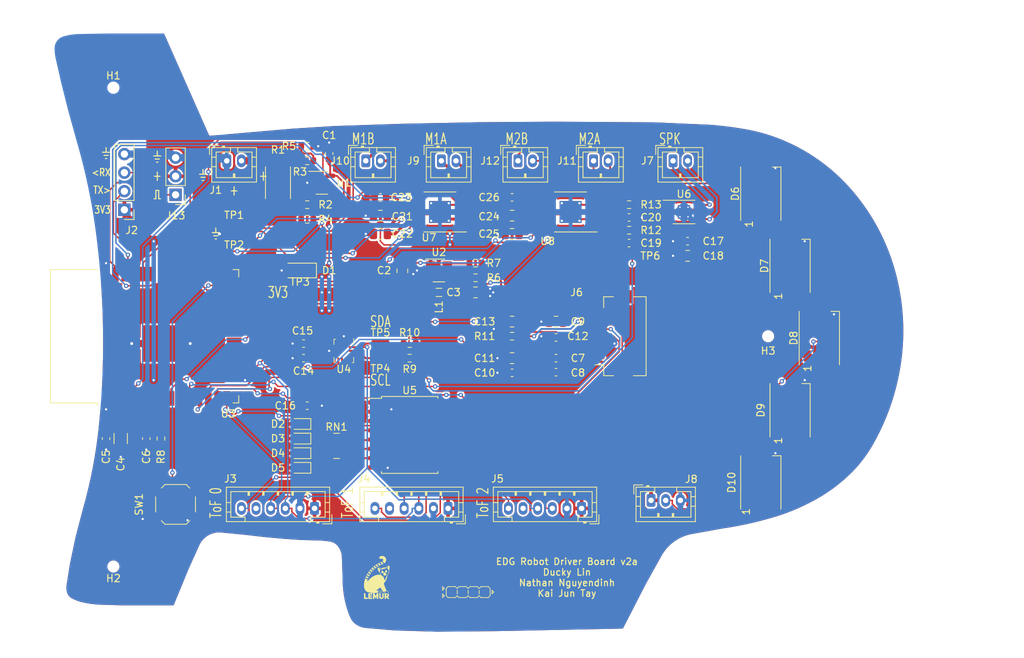
<source format=kicad_pcb>
(kicad_pcb (version 20221018) (generator pcbnew)
  (layers (0 "F.Cu" signal "Front") (31 "B.Cu" signal "Back") (34 "B.Paste" user) (35 "F.Paste" user) (36 "B.SilkS" user "B.Silkscreen") (37 "F.SilkS" user "F.Silkscreen") (38 "B.Mask" user) (39 "F.Mask" user) (44 "Edge.Cuts" user))
  (net 0 "")
  (net 1 "gnd")
  (net 2 "v3v3")
  (net 3 "vbatt")
  (net 4 "i2c_chain_0.sda")
  (net 5 "i2c_chain_0.scl")
  (net 6 "mcu.gpio.ledArray")
  (net 7 "lcd.spi.mosi")
  (net 8 "lcd.spi.sck")
  (net 9 "batt.pins.2")
  (net 10 "mcu.adc.isense")
  (net 11 "m1_a.pins.1")
  (net 12 "m1_a.pins.2")
  (net 13 "m1_b.pins.2")
  (net 14 "m1_b.pins.1")
  (net 15 "m2_a.pins.1")
  (net 16 "m2_a.pins.2")
  (net 17 "m2_b.pins.2")
  (net 18 "m2_b.pins.1")
  (net 19 "imu.int1")
  (net 20 "imu.int2")
  (net 21 "spk_chain_0")
  (net 22 "tof.gpio1.1")
  (net 23 "tof.gpio1.0")
  (net 24 "mcu.gpio.lcd_dc")
  (net 25 "mcu.gpio.motor_1a2")
  (net 26 "mcu.gpio.motor_2a1")
  (net 27 "mcu.gpio.motor_2a2")
  (net 28 "mcu.gpio.motor_1b1")
  (net 29 "mcu.ic.io2")
  (net 30 "mcu.gpio.motor_1a1")
  (net 31 "mcu.gpio.motor_2b1")
  (net 32 "mcu.gpio.lcd_reset")
  (net 33 "mcu.gpio.lcd_cs")
  (net 34 "mcu.gpio.motor_2b2")
  (net 35 "mcu.gpio.motor_1b2")
  (net 36 "lcd.device.iref")
  (net 37 "led_res.a.0")
  (net 38 "led_res.a.1")
  (net 39 "led_res.a.2")
  (net 40 "led_res.a.3")
  (net 41 "tof.gpio1.2")
  (net 42 "spk_chain_1.b")
  (net 43 "spk_chain_1.a")
  (net 44 "led_pixel.pins.2")
  (net 45 "lcd.device.c2n")
  (net 46 "led_res.b.0")
  (net 47 "spk_drv.(adapter)inp_res.b.src")
  (net 48 "spk_drv.inn_cap.pos")
  (net 49 "motor_driver2.vint_cap.pwr")
  (net 50 "ws2812bArray.led[1].din")
  (net 51 "spk_drv.inp_res.a")
  (net 52 "motor_driver2.ic.vcp")
  (net 53 "mcu.ic.uart0.tx")
  (net 54 "servo.pins.1")
  (net 55 "lcd.c2_cap.pos")
  (net 56 "expander.io.tof_xshut_0")
  (net 57 "ws2812bArray.led[3].din")
  (net 58 "leds.signals.3")
  (net 59 "expander.io.led_2")
  (net 60 "expander.io.led_1")
  (net 61 "spk_drv.(adapter)inn_res.b.src")
  (net 62 "isense.amp.(adapter)rf.b.src")
  (net 63 "isense.amp.(adapter)r2.b.src")
  (net 64 "reg_3v3.fb.output")
  (net 65 "mcu.ic.chip_pu")
  (net 66 "mcu.ic.io0")
  (net 67 "mcu.uart0.uart.tx")
  (net 68 "reg_3v3.ic.sw")
  (net 69 "motor_driver1.ic.vcp")
  (net 70 "motor_driver1.vint_cap.pwr")
  (net 71 "expander.io.tof_xshut_1")
  (net 72 "tof.xshut.2")
  (net 73 "ws2812bArray.led[1].dout")
  (net 74 "ws2812bArray.led[3].dout")
  (net 75 "lcd.c1_cap.pos")
  (net 76 "lcd.device.c1n")
  (net 77 "lcd.vcomh_cap.pos")
  (net 78 "lcd.vcc_cap2.pwr")
  (footprint "Resistor_SMD:R_2512_6332Metric" (layer "F.Cu") (at 123 61 -90)
    (fp_text reference "R1")
    (fp_text value "C305115")
  )
  (footprint "Capacitor_SMD:C_0603_1608Metric" (layer "F.Cu") (at 161 82.1667 180)
    (fp_text reference "C12")
    (fp_text value "C14663")
  )
  (footprint "Connector_JST:JST_PH_B2B-PH-K_1x02_P2.00mm_Vertical" (layer "F.Cu") (at 177 58)
    (fp_text reference "J7")
    (fp_text value "")
  )
  (footprint "Resistor_SMD:R_0603_1608Metric" (layer "F.Cu") (at 171 67.5)
    (fp_text reference "R12")
    (fp_text value "C22984")
  )
  (footprint "Capacitor_SMD:C_0603_1608Metric" (layer "F.Cu") (at 171 69.25)
    (fp_text reference "C19")
    (fp_text value "C15849")
  )
  (footprint "Resistor_SMD:R_0603_1608Metric" (layer "F.Cu") (at 141 85 180)
    (fp_text reference "R9")
    (fp_text value "C23162")
  )
  (footprint "Resistor_SMD:R_0603_1608Metric" (layer "F.Cu") (at 155 82 180)
    (fp_text reference "R11")
    (fp_text value "C23203")
  )
  (footprint "Capacitor_SMD:C_0603_1608Metric" (layer "F.Cu") (at 137 63 180)
    (fp_text reference "C23")
    (fp_text value "C57112")
  )
  (footprint "edg:JlcToolingHole_1.152mm" (layer "F.Cu") (at 100.5 48)
    (fp_text reference "H1")
    (fp_text value "")
  )
  (footprint "LED_SMD:LED_WS2812B_PLCC4_5.0x5.0mm_P3.2mm" (layer "F.Cu") (at 197 82.25 90)
    (fp_text reference "D8")
    (fp_text value "C2920042")
  )
  (footprint "Capacitor_SMD:C_0805_2012Metric" (layer "F.Cu") (at 137 68 180)
    (fp_text reference "C22")
    (fp_text value "C1779")
  )
  (footprint "edg:JlcToolingHole_1.152mm" (layer "F.Cu") (at 190 82)
    (fp_text reference "H3")
    (fp_text value "")
  )
  (footprint "Capacitor_SMD:C_0805_2012Metric" (layer "F.Cu") (at 179 71 180)
    (fp_text reference "C18")
    (fp_text value "C1779")
  )
  (footprint "Connector_JST:JST_PH_B2B-PH-K_1x02_P2.00mm_Vertical" (layer "F.Cu") (at 145.3323 58)
    (fp_text reference "J9")
    (fp_text value "")
  )
  (footprint "Connector_JST:JST_PH_B2B-PH-K_1x02_P2.00mm_Vertical" (layer "F.Cu") (at 155.8075 58)
    (fp_text reference "J12")
    (fp_text value "")
  )
  (footprint "Resistor_SMD:R_0603_1608Metric" (layer "F.Cu") (at 127 56 180)
    (fp_text reference "R5")
    (fp_text value "C25811")
  )
  (footprint "edg:Indicator_IdDots_4" (layer "F.Cu") (at 149 117)
    (fp_text reference "U12" hide)
    (fp_text value "")
  )
  (footprint "Capacitor_SMD:C_0603_1608Metric" (layer "F.Cu") (at 155 87 180)
    (fp_text reference "C10")
    (fp_text value "C14663")
  )
  (footprint "LED_SMD:LED_WS2812B_PLCC4_5.0x5.0mm_P3.2mm" (layer "F.Cu") (at 193 72.375 90)
    (fp_text reference "D7")
    (fp_text value "C2920042")
  )
  (footprint "Connector_PinHeader_2.54mm:PinHeader_1x04_P2.54mm_Vertical" (layer "F.Cu") (at 102 64.7 180)
    (fp_text reference "J2")
    (fp_text value "")
  )
  (footprint "edg:Indicator_LeadFree" (layer "F.Cu") (at 149 114.5)
    (fp_text reference "U11" hide)
    (fp_text value "" hide)
  )
  (footprint "Capacitor_SMD:C_0603_1608Metric" (layer "F.Cu") (at 127 91.5)
    (fp_text reference "C16")
    (fp_text value "C14663")
  )
  (footprint "Resistor_SMD:R_0603_1608Metric" (layer "F.Cu") (at 171 64)
    (fp_text reference "R13")
    (fp_text value "C22984")
  )
  (footprint "LED_SMD:LED_0603_1608Metric" (layer "F.Cu") (at 126 100 180)
    (fp_text reference "D5")
    (fp_text value "C2286")
  )
  (footprint "edg:Symbol_LemurSmall" (layer "F.Cu") (at 136.5 115)
    (fp_text reference "U9" hide)
    (fp_text value "" hide)
  )
  (footprint "Connector_JST:JST_PH_B2B-PH-K_1x02_P2.00mm_Vertical" (layer "F.Cu") (at 135 58)
    (fp_text reference "J10")
    (fp_text value "")
  )
  (footprint "Capacitor_SMD:C_0603_1608Metric" (layer "F.Cu") (at 171 65.75)
    (fp_text reference "C20")
    (fp_text value "C15849")
  )
  (footprint "Capacitor_SMD:C_0603_1608Metric" (layer "F.Cu") (at 105 96 -90)
    (fp_text reference "C6")
    (fp_text value "C15849")
  )
  (footprint "edg:JlcToolingHole_1.152mm" (layer "F.Cu") (at 100.5 113.5)
    (fp_text reference "H2")
    (fp_text value "")
  )
  (footprint "RF_Module:ESP32-WROOM-32" (layer "F.Cu") (at 107.755 82 90)
    (fp_text reference "U3")
    (fp_text value "C701342")
  )
  (footprint "edg:TestPoint_TE_RCU_0603" (layer "F.Cu") (at 117 64 180)
    (fp_text reference "TP1")
    (fp_text value "")
  )
  (footprint "Capacitor_SMD:C_0805_2012Metric" (layer "F.Cu") (at 150 76)
    (fp_text reference "C3")
    (fp_text value "C1779")
  )
  (footprint "Resistor_SMD:R_0603_1608Metric" (layer "F.Cu") (at 127 66 180)
    (fp_text reference "R4")
    (fp_text value "C25811")
  )
  (footprint "Connector_FFC-FPC:Hirose_FH12-15S-0.5SH_1x15-1MP_P0.50mm_Horizontal" (layer "F.Cu") (at 168.825 82 90)
    (fp_text reference "J6")
    (fp_text value "")
  )
  (footprint "Resistor_SMD:R_0603_1608Metric" (layer "F.Cu") (at 127 64)
    (fp_text reference "R2")
    (fp_text value "C25804")
  )
  (footprint "Connector_PinHeader_2.54mm:PinHeader_1x03_P2.54mm_Vertical" (layer "F.Cu") (at 109 62.65 180)
    (fp_text reference "J13")
    (fp_text value "")
  )
  (footprint "edg:TestPoint_TE_RCU_0603" (layer "F.Cu") (at 117 68)
    (fp_text reference "TP2")
    (fp_text value "")
  )
  (footprint "Capacitor_SMD:C_0603_1608Metric" (layer "F.Cu") (at 179 69 180)
    (fp_text reference "C17")
    (fp_text value "C14663")
  )
  (footprint "Capacitor_SMD:C_0603_1608Metric" (layer "F.Cu") (at 155 63 180)
    (fp_text reference "C26")
    (fp_text value "C57112")
  )
  (footprint "Resistor_SMD:R_0603_1608Metric" (layer "F.Cu") (at 107 96 90)
    (fp_text reference "R8")
    (fp_text value "C25804")
  )
  (footprint "LED_SMD:LED_0603_1608Metric" (layer "F.Cu") (at 126 98 180)
    (fp_text reference "D4")
    (fp_text value "C2286")
  )
  (footprint "Capacitor_SMD:C_0805_2012Metric" (layer "F.Cu") (at 155 65.5 180)
    (fp_text reference "C24")
    (fp_text value "C15850")
  )
  (footprint "edg:TestPoint_TE_RCU_0603" (layer "F.Cu") (at 137 85 180)
    (fp_text reference "TP4")
    (fp_text value "")
  )
  (footprint "Connector_JST:JST_PH_B6B-PH-K_1x06_P2.00mm_Vertical" (layer "F.Cu") (at 164.5 105.55 180)
    (fp_text reference "J5")
    (fp_text value "")
  )
  (footprint "Package_SO:MSOP-8-1EP_3x3mm_P0.65mm_EP1.68x1.88mm_ThermalVias" (layer "F.Cu") (at 178.5 65)
    (fp_text reference "U6")
    (fp_text value "C27396")
  )
  (footprint "edg:TestPoint_TE_RCU_0603" (layer "F.Cu") (at 171 71)
    (fp_text reference "TP6")
    (fp_text value "")
  )
  (footprint "Connector_JST:JST_PH_B3B-PH-K_1x03_P2.00mm_Vertical" (layer "F.Cu") (at 174 104.45)
    (fp_text reference "J8")
    (fp_text value "")
  )
  (footprint "Connector_JST:JST_PH_B6B-PH-K_1x06_P2.00mm_Vertical" (layer "F.Cu") (at 146.25 105.55 180)
    (fp_text reference "J4")
    (fp_text value "")
  )
  (footprint "LED_SMD:LED_WS2812B_PLCC4_5.0x5.0mm_P3.2mm" (layer "F.Cu") (at 193 92.125 90)
    (fp_text reference "D9")
    (fp_text value "C2920042")
  )
  (footprint "Resistor_SMD:R_0603_1608Metric" (layer "F.Cu") (at 141 83 180)
    (fp_text reference "R10")
    (fp_text value "C23162")
  )
  (footprint "Resistor_SMD:R_Array_Concave_4x0603" (layer "F.Cu") (at 131 97)
    (fp_text reference "RN1")
    (fp_text value "C20197")
  )
  (footprint "Capacitor_SMD:C_1206_3216Metric" (layer "F.Cu") (at 101.5 96 -90)
    (fp_text reference "C4")
    (fp_text value "C5672")
  )
  (footprint "Capacitor_SMD:C_0805_2012Metric" (layer "F.Cu") (at 155 68 180)
    (fp_text reference "C25")
    (fp_text value "C1779")
  )
  (footprint "Capacitor_SMD:C_0603_1608Metric" (layer "F.Cu") (at 99.5 96 -90)
    (fp_text reference "C5")
    (fp_text value "C14663")
  )
  (footprint "edg:Symbol_Duckling" (layer "F.Cu") (at 142 115.5)
    (fp_text reference "U10" hide)
    (fp_text value "" hide)
  )
  (footprint "Button_Switch_SMD:SW_SPST_SKQG_WithoutStem" (layer "F.Cu") (at 109 105 180)
    (fp_text reference "SW1")
    (fp_text value "C318884")
  )
  (footprint "Capacitor_SMD:C_0805_2012Metric" (layer "F.Cu") (at 140 73.05 -90)
    (fp_text reference "C2")
    (fp_text value "C1779")
  )
  (footprint "Connector_JST:JST_PH_B6B-PH-K_1x06_P2.00mm_Vertical" (layer "F.Cu") (at 128 105.55 180)
    (fp_text reference "J3")
    (fp_text value "")
  )
  (footprint "Capacitor_SMD:C_0603_1608Metric" (layer "F.Cu") (at 161 85 180)
    (fp_text reference "C7")
    (fp_text value "C14663")
  )
  (footprint "Resistor_SMD:R_0603_1608Metric" (layer "F.Cu") (at 127 58)
    (fp_text reference "R3")
    (fp_text value "C25804")
  )
  (footprint "LED_SMD:LED_WS2812B_PLCC4_5.0x5.0mm_P3.2mm" (layer "F.Cu") (at 189 102 90)
    (fp_text reference "D10")
    (fp_text value "C2920042")
  )
  (footprint "LED_SMD:LED_0603_1608Metric" (layer "F.Cu") (at 126 94 180)
    (fp_text reference "D2")
    (fp_text value "C2286")
  )
  (footprint "Package_SO:TSSOP-16-1EP_4.4x5mm_P0.65mm_EP3x3mm_ThermalVias" (layer "F.Cu") (at 163 65 180)
    (fp_text reference "U8")
    (fp_text value "C50506")
  )
  (footprint "Package_SO:SOIC-16W_7.5x10.3mm_P1.27mm" (layer "F.Cu") (at 141 95.5)
    (fp_text reference "U5")
    (fp_text value "C86832")
  )
  (footprint "Connector_JST:JST_PH_B2B-PH-K_1x02_P2.00mm_Vertical" (layer "F.Cu") (at 166.1398 58)
    (fp_text reference "J11")
    (fp_text value "")
  )
  (footprint "Package_SO:TSSOP-16-1EP_4.4x5mm_P0.65mm_EP3x3mm_ThermalVias" (layer "F.Cu") (at 145.1398 65 180)
    (fp_text reference "U7")
    (fp_text value "C50506")
  )
  (footprint "Capacitor_SMD:C_0805_2012Metric" (layer "F.Cu") (at 137 65.5 180)
    (fp_text reference "C21")
    (fp_text value "C15850")
  )
  (footprint "Capacitor_SMD:C_0805_2012Metric" (layer "F.Cu") (at 161 80 180)
    (fp_text reference "C9")
    (fp_text value "C1779")
  )
  (footprint "edg:TestPoint_TE_RCU_0603" (layer "F.Cu") (at 137 83 180)
    (fp_text reference "TP5")
    (fp_text value "")
  )
  (footprint "Capacitor_SMD:C_0603_1608Metric" (layer "F.Cu") (at 130 57 90)
    (fp_text reference "C1")
    (fp_text value "C14663")
  )
  (footprint "edg:TestPoint_TE_RCU_0603" (layer "F.Cu") (at 126 76)
    (fp_text reference "TP3")
    (fp_text value "")
  )
  (footprint "Resistor_SMD:R_0603_1608Metric" (layer "F.Cu") (at 150 72)
    (fp_text reference "R7")
    (fp_text value "C22809")
  )
  (footprint "Diode_SMD:D_SOD-123" (layer "F.Cu") (at 126 73 180)
    (fp_text reference "D1")
    (fp_text value "C499796")
  )
  (footprint "LED_SMD:LED_0603_1608Metric" (layer "F.Cu") (at 126 96 180)
    (fp_text reference "D3")
    (fp_text value "C2286")
  )
  (footprint "Capacitor_SMD:C_0603_1608Metric" (layer "F.Cu") (at 126.5 83 180)
    (fp_text reference "C15")
    (fp_text value "C14663")
  )
  (footprint "Capacitor_SMD:C_0603_1608Metric" (layer "F.Cu") (at 126.5 85 180)
    (fp_text reference "C14")
    (fp_text value "C14663")
  )
  (footprint "Capacitor_SMD:C_0805_2012Metric" (layer "F.Cu") (at 155 85 180)
    (fp_text reference "C11")
    (fp_text value "C1779")
  )
  (footprint "LED_SMD:LED_WS2812B_PLCC4_5.0x5.0mm_P3.2mm" (layer "F.Cu") (at 189 62.5 90)
    (fp_text reference "D6")
    (fp_text value "C2920042")
  )
  (footprint "Inductor_SMD:L_0805_2012Metric" (layer "F.Cu") (at 145 76)
    (fp_text reference "L1")
    (fp_text value "C98331")
  )
  (footprint "Package_TO_SOT_SMD:SOT-23-5" (layer "F.Cu") (at 145 73)
    (fp_text reference "U2")
    (fp_text value "C500769")
  )
  (footprint "Capacitor_SMD:C_0805_2012Metric" (layer "F.Cu") (at 155 80 180)
    (fp_text reference "C13")
    (fp_text value "C15850")
  )
  (footprint "Connector_JST:JST_PH_B2B-PH-K_1x02_P2.00mm_Vertical" (layer "F.Cu") (at 116 58)
    (fp_text reference "J1")
    (fp_text value "")
  )
  (footprint "Capacitor_SMD:C_0603_1608Metric" (layer "F.Cu") (at 161 86.9167 180)
    (fp_text reference "C8")
    (fp_text value "C14663")
  )
  (footprint "Resistor_SMD:R_0603_1608Metric" (layer "F.Cu") (at 150 74 180)
    (fp_text reference "R6")
    (fp_text value "C23231")
  )
  (footprint "Package_TO_SOT_SMD:SOT-23-5" (layer "F.Cu") (at 129 61)
    (fp_text reference "U1")
    (fp_text value "C7972")
  )
  (footprint "Package_LGA:Bosch_LGA-14_3x2.5mm_P0.5mm" (layer "F.Cu") (at 132 84 -90)
    (fp_text reference "U4")
    (fp_text value "C967633")
  )
  (gr_line (start 152.705652 122.597399) (end 170.311219 122.243129) (stroke (width 0.001919)) (layer "Edge.Cuts"))
  (gr_line (start 113.771581 54.314842) (end 110.678787 47.321486) (stroke (width 0.001919)) (layer "Edge.Cuts"))
  (gr_line (start 179.437981 109.340335) (end 183.712471 108.563339) (stroke (width 0.001919)) (layer "Edge.Cuts"))
  (gr_line (start 94.314959 113.074293) (end 93.838255 116.085521) (stroke (width 0.001919)) (layer "Edge.Cuts"))
  (gr_arc (start 96.196859 118.639526) (mid 95.431937 118.410576) (end 94.702677 118.085456) (stroke (width 0.001919)) (layer "Edge.Cuts"))
  (gr_line (start 118.735974 109.444684) (end 121.13639 109.725552) (stroke (width 0.001919)) (layer "Edge.Cuts"))
  (gr_line (start 131.476552 112.158208) (end 131.576219 115.102624) (stroke (width 0.001919)) (layer "Edge.Cuts"))
  (gr_arc (start 131.706154 117.095006) (mid 131.60874 116.100931) (end 131.576219 115.102624) (stroke (width 0.001919)) (layer "Edge.Cuts"))
  (gr_arc (start 92.357693 44.024822) (mid 92.244194 43.319208) (end 92.206219 42.605534) (stroke (width 0.001919)) (layer "Edge.Cuts"))
  (gr_arc (start 132.659596 120.592712) (mid 132.347332 119.811899) (end 132.093787 119.010093) (stroke (width 0.001919)) (layer "Edge.Cuts"))
  (gr_arc (start 204.497209 97.038647) (mid 202.99336 99.259159) (end 201.18158 101.236451) (stroke (width 0.001919)) (layer "Edge.Cuts"))
  (gr_line (start 126.162921 110.127751) (end 127.943474 110.178129) (stroke (width 0.001919)) (layer "Edge.Cuts"))
  (gr_arc (start 208.525346 84.868834) (mid 207.12926 91.158288) (end 204.497209 97.038647) (stroke (width 0.001919)) (layer "Edge.Cuts"))
  (gr_arc (start 93.59579 40.739659) (mid 94.608879 40.507812) (end 95.64306 40.404996) (stroke (width 0.001919)) (layer "Edge.Cuts"))
  (gr_arc (start 93.975639 117.267769) (mid 93.832451 116.685302) (end 93.838255 116.085521) (stroke (width 0.001919)) (layer "Edge.Cuts"))
  (gr_arc (start 130.050482 110.337839) (mid 130.595882 110.535244) (end 131.024503 110.926027) (stroke (width 0.001919)) (layer "Edge.Cuts"))
  (gr_arc (start 187.277246 53.49204) (mid 189.417701 53.993602) (end 191.502977 54.689833) (stroke (width 0.001919)) (layer "Edge.Cuts"))
  (gr_line (start 108.904844 119.068129) (end 111.033032 113.889684) (stroke (width 0.001919)) (layer "Edge.Cuts"))
  (gr_arc (start 207.379816 72.210619) (mid 208.611486 78.480098) (end 208.525346 84.868834) (stroke (width 0.001919)) (layer "Edge.Cuts"))
  (gr_line (start 170.311219 122.243129) (end 173.567641 115.898902) (stroke (width 0.001919)) (layer "Edge.Cuts"))
  (gr_line (start 98.486368 118.969536) (end 101.785673 119.068129) (stroke (width 0.001919)) (layer "Edge.Cuts"))
  (gr_arc (start 177.32211 110.288707) (mid 178.331346 109.705869) (end 179.437981 109.340335) (stroke (width 0.001919)) (layer "Edge.Cuts"))
  (gr_arc (start 92.206219 42.605534) (mid 92.305157 41.991995) (end 92.591945 41.440659) (stroke (width 0.001919)) (layer "Edge.Cuts"))
  (gr_arc (start 201.323948 61.477002) (mid 204.933643 66.515582) (end 207.379816 72.210619) (stroke (width 0.001919)) (layer "Edge.Cuts"))
  (gr_line (start 174.382477 52.479719) (end 160.786219 52.393129) (stroke (width 0.001919)) (layer "Edge.Cuts"))
  (gr_arc (start 92.591945 41.440659) (mid 93.037003 41.008729) (end 93.595789 40.739659) (stroke (width 0.001919)) (layer "Edge.Cuts"))
  (gr_line (start 101.785673 119.068129) (end 108.904844 119.068129) (stroke (width 0.001919)) (layer "Edge.Cuts"))
  (gr_arc (start 190.795224 107.012817) (mid 187.281994 107.916651) (end 183.712471 108.563339) (stroke (width 0.001919)) (layer "Edge.Cuts"))
  (gr_arc (start 191.502977 54.689833) (mid 196.816532 57.500179) (end 201.323948 61.477002) (stroke (width 0.001919)) (layer "Edge.Cuts"))
  (gr_line (start 96.100919 105.520269) (end 95.072714 109.461446) (stroke (width 0.001919)) (layer "Edge.Cuts"))
  (gr_line (start 95.072714 109.461446) (end 94.314959 113.074293) (stroke (width 0.001919)) (layer "Edge.Cuts"))
  (gr_arc (start 97.83684 67.701922) (mid 98.527067 74.374429) (end 98.828704 81.075755) (stroke (width 0.001919)) (layer "Edge.Cuts"))
  (gr_arc (start 133.338152 121.489394) (mid 132.947024 121.08029) (end 132.659596 120.592712) (stroke (width 0.001919)) (layer "Edge.Cuts"))
  (gr_line (start 111.033032 113.889684) (end 112.511302 110.619467) (stroke (width 0.001919)) (layer "Edge.Cuts"))
  (gr_line (start 93.116742 47.368853) (end 94.118859 51.34364) (stroke (width 0.001919)) (layer "Edge.Cuts"))
  (gr_line (start 130.789133 52.982619) (end 124.8964 53.353986) (stroke (width 0.001919)) (layer "Edge.Cuts"))
  (gr_line (start 124.8964 53.353986) (end 113.771581 54.314842) (stroke (width 0.001919)) (layer "Edge.Cuts"))
  (gr_line (start 173.567641 115.898902) (end 175.73792 112.009162) (stroke (width 0.001919)) (layer "Edge.Cuts"))
  (gr_arc (start 196.620915 104.56905) (mid 193.774781 105.949966) (end 190.795224 107.012817) (stroke (width 0.001919)) (layer "Edge.Cuts"))
  (gr_arc (start 98.486368 118.969536) (mid 97.334728 118.8523) (end 96.196859 118.639526) (stroke (width 0.001919)) (layer "Edge.Cuts"))
  (gr_line (start 107.585993 40.328129) (end 99.896106 40.328129) (stroke (width 0.001919)) (layer "Edge.Cuts"))
  (gr_line (start 134.889641 122.151255) (end 139.006242 122.50381) (stroke (width 0.001919)) (layer "Edge.Cuts"))
  (gr_arc (start 112.511302 110.619467) (mid 112.968857 109.959532) (end 113.598076 109.460578) (stroke (width 0.001919)) (layer "Edge.Cuts"))
  (gr_line (start 144.744534 122.671872) (end 152.705652 122.597399) (stroke (width 0.001919)) (layer "Edge.Cuts"))
  (gr_line (start 110.678787 47.321486) (end 107.585993 40.328129) (stroke (width 0.001919)) (layer "Edge.Cuts"))
  (gr_line (start 150.4889 52.463681) (end 140.028022 52.67538) (stroke (width 0.001919)) (layer "Edge.Cuts"))
  (gr_line (start 94.118859 51.34364) (end 95.305871 55.623034) (stroke (width 0.001919)) (layer "Edge.Cuts"))
  (gr_arc (start 94.702677 118.085456) (mid 94.264682 117.742832) (end 93.975639 117.267769) (stroke (width 0.001919)) (layer "Edge.Cuts"))
  (gr_arc (start 98.828704 81.075755) (mid 98.739841 87.648004) (end 98.264232 94.203623) (stroke (width 0.001919)) (layer "Edge.Cuts"))
  (gr_line (start 92.357693 44.024822) (end 93.116742 47.368853) (stroke (width 0.001919)) (layer "Edge.Cuts"))
  (gr_line (start 121.13639 109.725552) (end 123.740264 109.96268) (stroke (width 0.001919)) (layer "Edge.Cuts"))
  (gr_line (start 140.028022 52.67538) (end 130.789133 52.982619) (stroke (width 0.001919)) (layer "Edge.Cuts"))
  (gr_arc (start 201.18158 101.236451) (mid 199.005341 103.045202) (end 196.620915 104.56905) (stroke (width 0.001919)) (layer "Edge.Cuts"))
  (gr_arc (start 95.305871 55.623034) (mid 96.796192 61.615367) (end 97.83684 67.701922) (stroke (width 0.001919)) (layer "Edge.Cuts"))
  (gr_arc (start 127.943474 110.178129) (mid 129 110.218118) (end 130.050482 110.337839) (stroke (width 0.001919)) (layer "Edge.Cuts"))
  (gr_arc (start 113.598076 109.460578) (mid 114.345903 109.164527) (end 115.147357 109.096992) (stroke (width 0.001919)) (layer "Edge.Cuts"))
  (gr_line (start 182.084208 52.816378) (end 174.382477 52.479719) (stroke (width 0.001919)) (layer "Edge.Cuts"))
  (gr_line (start 115.147357 109.096992) (end 118.735974 109.444684) (stroke (width 0.001919)) (layer "Edge.Cuts"))
  (gr_arc (start 132.093787 119.010093) (mid 131.866699 118.059284) (end 131.706154 117.095006) (stroke (width 0.001919)) (layer "Edge.Cuts"))
  (gr_arc (start 98.264232 94.203623) (mid 97.428888 99.909032) (end 96.100919 105.520269) (stroke (width 0.001919)) (layer "Edge.Cuts"))
  (gr_line (start 123.740264 109.96268) (end 126.162921 110.127751) (stroke (width 0.001919)) (layer "Edge.Cuts"))
  (gr_line (start 99.896106 40.328129) (end 95.64306 40.404996) (stroke (width 0.001919)) (layer "Edge.Cuts"))
  (gr_line (start 139.006242 122.50381) (end 144.744534 122.671872) (stroke (width 0.001919)) (layer "Edge.Cuts"))
  (gr_arc (start 182.084208 52.816378) (mid 184.689978 53.08311) (end 187.277246 53.49204) (stroke (width 0.001919)) (layer "Edge.Cuts"))
  (gr_arc (start 175.73792 112.009162) (mid 176.443466 111.069241) (end 177.32211 110.288707) (stroke (width 0.001919)) (layer "Edge.Cuts"))
  (gr_arc (start 134.889641 122.151255) (mid 134.065662 121.933396) (end 133.338152 121.489394) (stroke (width 0.001919)) (layer "Edge.Cuts"))
  (gr_line (start 160.786219 52.393129) (end 150.4889 52.463681) (stroke (width 0.001919)) (layer "Edge.Cuts"))
  (gr_arc (start 131.024503 110.926027) (mid 131.338591 111.50981) (end 131.476552 112.158208) (stroke (width 0.001919)) (layer "Edge.Cuts"))
  (gr_text "⏚" (at 114.5 68) (layer "F.SilkS") (effects (font (size 1.5 1) (thickness 0.1524))))
  (gr_text "⏚" (at 106.5 57.5) (layer "F.SilkS") (effects (font (size 1.5 1) (thickness 0.1524))))
  (gr_text "M2A" (at 164 55) (layer "F.SilkS") (effects (font (size 1.5 1)) (justify left)))
  (gr_text "M1B" (at 133 55) (layer "F.SilkS") (effects (font (size 1.5 1)) (justify left)))
  (gr_text "+" (at 106.5 60) (layer "F.SilkS") (effects (font (size 1.5 1) (thickness 0.1524))))
  (gr_text "⏚" (at 112.75 60) (layer "F.SilkS") (effects (font (size 1.5 1) (thickness 0.1524))))
  (gr_text "SPK" (at 175 55) (layer "F.SilkS") (effects (font (size 1.5 1)) (justify left)))
  (gr_text "EDG Robot Driver Board v2a\nDucky Lin\nNathan Nguyendinh\nKai Jun Tay" (at 162.5 115) (layer "F.SilkS") (effects (font (size 0.9 0.9))))
  (gr_text "SCL" (at 137 88) (layer "F.SilkS") (effects (font (size 1.5 1) (thickness 0.1524))))
  (gr_text "+" (at 117 62) (layer "F.SilkS") (effects (font (size 1.5 1) (thickness 0.1524))))
  (gr_text "M1A" (at 143 55) (layer "F.SilkS") (effects (font (size 1.5 1)) (justify left)))
  (gr_text "M2B" (at 154 55) (layer "F.SilkS") (effects (font (size 1.5 1)) (justify left)))
  (gr_text "3V3" (at 99.014286 64.699999) (layer "F.SilkS") (effects (font (size 1 0.8) (thickness 0.1524))))
  (gr_text "3V3" (at 123 76) (layer "F.SilkS") (effects (font (size 1.5 1) (thickness 0.1524))))
  (gr_text "ToF 2" (at 151 107 90) (layer "F.SilkS") (effects (font (size 1.5 1)) (justify left)))
  (gr_text "⏚" (at 99.5 57) (layer "F.SilkS") (effects (font (size 1.5 1) (thickness 0.1524))))
  (gr_text "+" (at 121 60) (layer "F.SilkS") (effects (font (size 1.5 1) (thickness 0.1524))))
  (gr_text "ToF 1" (at 132.5 107 90) (layer "F.SilkS") (effects (font (size 1.5 1)) (justify left)))
  (gr_text "⎍" (at 106.5 62.5) (layer "F.SilkS") (effects (font (size 1.5 1) (thickness 0.1524))))
  (gr_text "<RX" (at 98.842857 59.589999) (layer "F.SilkS") (effects (font (size 1 0.8) (thickness 0.1524))))
  (gr_text "SDA" (at 137 80) (layer "F.SilkS") (effects (font (size 1.5 1) (thickness 0.1524))))
  (gr_text "ToF 0" (at 114.5 107 90) (layer "F.SilkS") (effects (font (size 1.5 1)) (justify left)))
  (gr_text "TX>" (at 98.937295 62) (layer "F.SilkS") (effects (font (size 1 0.8) (thickness 0.154))))
  (segment (start 130.988 84.5) (end 130.988 84.25) (width 0.254) (layer "F.Cu") (net 1))
  (segment (start 164.2 63.8) (end 164.34 63.8) (width 0.2) (layer "F.Cu") (net 1))
  (segment (start 143.9398 66.2) (end 143.9398 65.325) (width 0.2) (layer "F.Cu") (net 1))
  (segment (start 107 83) (end 111 83) (width 1) (layer "F.Cu") (net 1))
  (segment (start 104.65 106.85) (end 104.5 107) (width 0.254) (layer "F.Cu") (net 1))
  (segment (start 145.1398 65.0002) (end 145.1398 65) (width 0.2) (layer "F.Cu") (net 1))
  (segment (start 136.05 68) (end 135 68) (width 0.6) (layer "F.Cu") (net 1))
  (segment (start 164.565 64.025) (end 164.34 63.8) (width 0.254) (layer "F.Cu") (net 1))
  (segment (start 127.862 61) (end 127 61) (width 0.254) (layer "F.Cu") (net 1))
  (segment (start 138.5 91.5) (end 138.055 91.055) (width 0.254) (layer "F.Cu") (net 1))
  (segment (start 190.6 60.05) (end 190.6 59.4) (width 0.254) (layer "F.Cu") (net 1))
  (segment (start 163 65.14) (end 163 65) (width 0.2) (layer "F.Cu") (net 1))
  (segment (start 150.95 76) (end 152.424 76) (width 0.254) (layer "F.Cu") (net 1))
  (segment (start 148.015 65.975) (end 148.0148 65.975) (width 0.4) (layer "F.Cu") (net 1))
  (segment (start 138.055 91.055) (end 136.35 91.055) (width 0.254) (layer "F.Cu") (net 1))
  (segment (start 130.988 84) (end 130.9875 84) (width 0.254) (layer "F.Cu") (net 1))
  (segment (start 154.175 82) (end 153.5 82) (width 0.254) (layer "F.Cu") (net 1))
  (segment (start 101.5 97.475) (end 101.5 98.5) (width 0.254) (layer "F.Cu") (net 1))
  (segment (start 194.6 88.4) (end 195 88) (width 0.254) (layer "F.Cu") (net 1))
  (segment (start 146.3398 66.2) (end 146.3775 66.1623) (width 0.2) (layer "F.Cu") (net 1))
  (segment (start 145.1398 65.0002) (end 145.14 65) (width 0.254) (layer "F.Cu") (net 1))
  (segment (start 153.5 82) (end 152.5 81) (width 0.254) (layer "F.Cu") (net 1))
  (segment (start 118.215 87.715) (end 118.5 88) (width 0.254) (layer "F.Cu") (net 1))
  (segment (start 153.5 80) (end 152.5 81) (width 0.254) (layer "F.Cu") (net 1))
  (segment (start 107 83) (end 103 83) (width 1) (layer "F.Cu") (net 1))
  (segment (start 105.9 106.85) (end 104.65 106.85) (width 0.254) (layer "F.Cu") (net 1))
  (segment (start 110.6324 107.166) (end 110.8999 106.8985) (width 0.2) (layer "F.Cu") (net 1))
  (segment (start 146.3775 66.1623) (end 146.3777 66.1623) (width 0.2) (layer "F.Cu") (net 1))
  (segment (start 127.775 91.5) (end 129 91.5) (width 0.254) (layer "F.Cu") (net 1))
  (segment (start 146.3775 63.8377) (end 146.3777 63.8377) (width 0.2) (layer "F.Cu") (net 1))
  (segment (start 125.725 83) (end 125 83) (width 0.254) (layer "F.Cu") (net 1))
  (segment (start 166.975 83) (end 169 83) (width 0.254) (layer "F.Cu") (net 1))
  (segment (start 105 96.775) (end 105 97.5) (width 0.254) (layer "F.Cu") (net 1))
  (segment (start 162.815 65.325) (end 163 65.14) (width 0.254) (layer "F.Cu") (net 1))
  (segment (start 152.424 76) (end 152 76.4235) (width 0.254) (layer "F.Cu") (net 1))
  (segment (start 194.6 69.925) (end 194.6 69.4) (width 0.254) (layer "F.Cu") (net 1))
  (segment (start 161.8 65.325) (end 162.815 65.325) (width 0.254) (layer "F.Cu") (net 1))
  (segment (start 132.5 82) (end 132 82) (width 0.254) (layer "F.Cu") (net 1))
  (segment (start 141 74) (end 141.5 73.5) (width 0.6) (layer "F.Cu") (net 1))
  (segment (start 190.6 98.4) (end 191 98) (width 0.254) (layer "F.Cu") (net 1))
  (segment (start 160.225 82.1667) (end 159.167 82.1667) (width 0.254) (layer "F.Cu") (net 1))
  (segment (start 154.225 87) (end 153 87) (width 0.254) (layer "F.Cu") (net 1))
  (segment (start 130 56.225) (end 130 55.5) (width 0.254) (layer "F.Cu") (net 1))
  (segment (start 127.825 56) (end 128.5 56) (width 0.254) (layer "F.Cu") (net 1))
  (segment (start 136.35 99.945) (end 137.945 99.945) (width 0.254) (layer "F.Cu") (net 1))
  (segment (start 152 76.5) (end 151.45 76.5) (width 0.254) (layer "F.Cu") (net 1))
  (segment (start 143.862 73) (end 143.8625 73) (width 0.2) (layer "F.Cu") (net 1))
  (segment (start 150.825 72) (end 151.5 72) (width 0.254) (layer "F.Cu") (net 1))
  (segment (start 138.155 93.595) (end 136.35 93.595) (width 0.254) (layer "F.Cu") (net 1))
  (segment (start 165.875 65.975) (end 164.565 65.975) (width 0.254) (layer "F.Cu") (net 1))
  (segment (start 180.65 64.675) (end 179.05 64.675) (width 0.254) (layer "F.Cu") (net 1))
  (segment (start 148.015 64.025) (end 148.0148 64.025) (width 0.254) (layer "F.Cu") (net 1))
  (segment (start 112.1 106.85) (end 110.8999 106.85) (width 0.2) (layer "F.Cu") (net 1))
  (segment (start 154.05 80) (end 153.5 80) (width 0.254) (layer "F.Cu") (net 1))
  (segment (start 143.862 73) (end 142 73) (width 0.6) (layer "F.Cu") (net 1))
  (segment (start 99.5 96.775) (end 99.5 97.5) (width 0.254) (layer "F.Cu") (net 1))
  (segment (start 130.988 84.25) (end 130.9875 84.2505) (width 0.2) (layer "F.Cu") (net 1))
  (segment (start 152 75.5) (end 151.45 75.5) (width 0.254) (layer "F.Cu") (net 1))
  (segment (start 131.75 82.7375) (end 131.75 82.25) (width 0.254) (layer "F.Cu") (net 1))
  (segment (start 163 65.14) (end 163.14 65) (width 0.254) (layer "F.Cu") (net 1))
  (segment (start 178.225 69) (end 177 69) (width 0.254) (layer "F.Cu") (net 1))
  (segment (start 148.0148 64.025) (end 146.565 64.025) (width 0.254) (layer "F.Cu") (net 1))
  (segment (start 190.6 59.4) (end 191 59) (width 0.254) (layer "F.Cu") (net 1))
  (segment (start 99.5 90.5) (end 99.5 92) (width 0.254) (layer "F.Cu") (net 1))
  (segment (start 132.25 82.7375) (end 132.25 82.25) (width 0.254) (layer "F.Cu") (net 1))
  (segment (start 179.05 64.675) (end 178.825 64.675) (width 0.254) (layer "F.Cu") (net 1))
  (segment (start 178.825 64.675) (end 178.5 65) (width 0.254) (layer "F.Cu") (net 1))
  (segment (start 154.05 85) (end 153 85) (width 0.254) (layer "F.Cu") (net 1))
  (segment (start 141.5 73.5) (end 142 73) (width 0.6) (layer "F.Cu") (net 1))
  (segment (start 151.45 75.5) (end 150.95 76) (width 0.254) (layer "F.Cu") (net 1))
  (segment (start 99.5 73.5) (end 99.5 72) (width 0.254) (layer "F.Cu") (net 1))
  (segment (start 146.3398 63.8) (end 146.3775 63.8377) (width 0.2) (layer "F.Cu") (net 1))
  (segment (start 161.8 66.2) (end 161.8 65.325) (width 0.2) (layer "F.Cu") (net 1))
  (segment (start 148.0148 65.975) (end 146.565 65.975) (width 0.4) (layer "F.Cu") (net 1))
  (segment (start 198.6 79.4) (end 199 79) (width 0.254) (layer "F.Cu") (net 1))
  (segment (start 136.05 65.5) (end 135 65.5) (width 0.6) (layer "F.Cu") (net 1))
  (segment (start 166.015 64.025) (end 165.875 64.025) (width 0.254) (layer "F.Cu") (net 1))
  (segment (start 160.05 80) (end 159 80) (width 0.254) (layer "F.Cu") (net 1))
  (segment (start 166.015 65.975) (end 165.875 65.975) (width 0.254) (layer "F.Cu") (net 1))
  (segment (start 143.9398 65.325) (end 144.815 65.325) (width 0.254) (layer "F.Cu") (net 1))
  (segment (start 138.5 93.25) (end 138.155 93.595) (width 0.254) (layer "F.Cu") (net 1))
  (segment (start 190.6 99.55) (end 190.6 98.4) (width 0.254) (layer "F.Cu") (net 1))
  (segment (start 159.167 82.1667) (end 159 82) (width 0.254) (layer "F.Cu") (net 1))
  (segment (start 130.9875 84.2505) (end 130.9875 84.5) (width 0.2) (layer "F.Cu") (net 1))
  (segment (start 141 74) (end 141.5 73.5) (width 0.6) (layer "F.Cu") (net 1))
  (segment (start 110.8999 106.8985) (end 110.8999 106.85) (width 0.2) (layer "F.Cu") (net 1))
  (segment (start 125.725 85) (end 125 85) (width 0.254) (layer "F.Cu") (net 1))
  (segment (start 152 76.4235) (end 152 76.5) (width 0.254) (layer "F.Cu") (net 1))
  (segment (start 138.5 92) (end 138.175 92.325) (width 0.254) (layer "F.Cu") (net 1))
  (segment (start 131.75 82.25) (end 132 82) (width 0.254) (layer "F.Cu") (net 1))
  (segment (start 194.6 69.4) (end 195 69) (width 0.254) (layer "F.Cu") (net 1))
  (segment (start 146.3777 63.8377) (end 146.34 63.8) (width 0.254) (layer "F.Cu") (net 1))
  (segment (start 138.175 92.325) (end 136.35 92.325) (width 0.254) (layer "F.Cu") (net 1))
  (segment (start 172.75 65.75) (end 171.775 65.75) (width 0.4) (layer "F.Cu") (net 1))
  (segment (start 124.35 73) (end 123.5 73) (width 0.4) (layer "F.Cu") (net 1))
  (segment (start 154.05 68) (end 153 68) (width 0.6) (layer "F.Cu") (net 1))
  (segment (start 117 68) (end 115 68) (width 0.8) (layer "F.Cu") (net 1))
  (segment (start 194.6 89.675) (end 194.6 88.4) (width 0.254) (layer "F.Cu") (net 1))
  (segment (start 146.565 64.025) (end 146.3777 63.8377) (width 0.254) (layer "F.Cu") (net 1))
  (segment (start 154.05 65.5) (end 153 65.5) (width 0.6) (layer "F.Cu") (net 1))
  (segment (start 138.5 92) (end 138.5 91.5) (width 0.254) (layer "F.Cu") (net 1))
  (segment (start 178.05 71) (end 177 71) (width 0.254) (layer "F.Cu") (net 1))
  (segment (start 142.265 65.325) (end 143.9398 65.325) (width 0.254) (layer "F.Cu") (net 1))
  (segment (start 132.75 82.25) (end 132.5 82) (width 0.254) (layer "F.Cu") (net 1))
  (segment (start 117.01 87.715) (end 118.215 87.715) (width 0.254) (layer "F.Cu") (net 1))
  (segment (start 132.25 82.25) (end 132 82) (width 0.254) (layer "F.Cu") (net 1))
  (segment (start 198.6 79.8) (end 198.6 79.4) (width 0.254) (layer "F.Cu") (net 1))
  (segment (start 152 75.5) (end 152 75.5765) (width 0.254) (layer "F.Cu") (net 1))
  (segment (start 132.75 82.7375) (end 132.75 82.25) (width 0.254) (layer "F.Cu") (net 1))
  (segment (start 130.9875 84) (end 130 84) (width 0.254) (layer "F.Cu") (net 1))
  (segment (start 137.945 99.945) (end 138 100) (width 0.254) (layer "F.Cu") (net 1))
  (segment (start 146.3777 66.1623) (end 146.34 66.2) (width 0.4) (layer "F.Cu") (net 1))
  (segment (start 179.05 64.35) (end 179.05 64.675) (width 0.2) (layer "F.Cu") (net 1))
  (segment (start 127.862 61) (end 127.8625 61) (width 0.2) (layer "F.Cu") (net 1))
  (segment (start 140 74) (end 141 74) (width 0.6) (layer "F.Cu") (net 1))
  (segment (start 160.125 65.325) (end 160.265 65.325) (width 0.2) (layer "F.Cu") (net 1))
  (segment (start 164.565 65.975) (end 164.34 66.2) (width 0.254) (layer "F.Cu") (net 1))
  (segment (start 146.565 65.975) (end 146.3777 66.1623) (width 0.4) (layer "F.Cu") (net 1))
  (segment (start 142.2648 65.325) (end 142.265 65.325) (width 0.2) (layer "F.Cu") (net 1))
  (segment (start 144.815 65.325) (end 145.1398 65.0002) (width 0.254) (layer "F.Cu") (net 1))
  (segment (start 151.45 76.5) (end 150.95 76) (width 0.254) (layer "F.Cu") (net 1))
  (segment (start 160.265 65.325) (end 161.8 65.325) (width 0.254) (layer "F.Cu") (net 1))
  (segment (start 138.5 92) (end 138.5 93.25) (width 0.254) (layer "F.Cu") (net 1))
  (segment (start 164.2 66.2) (end 164.34 66.2) (width 0.2) (layer "F.Cu") (net 1))
  (segment (start 165.875 64.025) (end 164.565 64.025) (width 0.254) (layer "F.Cu") (net 1))
  (segment (start 152 75.5765) (end 152.424 76) (width 0.254) (layer "F.Cu") (net 1))
  (segment (start 130.988 84.25) (end 130.988 84) (width 0.254) (layer "F.Cu") (net 1))
  (via (at 159 80) (size 0.6) (drill 0.3) (layers "F.Cu" "B.Cu") (net 1))
  (via (at 132 82) (size 0.6) (drill 0.3) (layers "F.Cu" "B.Cu") (net 1))
  (via (at 128.5 56) (size 0.6) (drill 0.3) (layers "F.Cu" "B.Cu") (net 1))
  (via (at 152.424 76) (size 0.6) (drill 0.3) (layers "F.Cu" "B.Cu") (net 1))
  (via (at 127 61) (size 0.6) (drill 0.3) (layers "F.Cu" "B.Cu") (net 1))
  (via (at 125 83) (size 0.6) (drill 0.3) (layers "F.Cu" "B.Cu") (net 1))
  (via (at 172.75 65.75) (size 0.6) (drill 0.3) (layers "F.Cu" "B.Cu") (net 1))
  (via (at 152 75.5) (size 0.6) (drill 0.3) (layers "F.Cu" "B.Cu") (net 1))
  (via (at 104.5 107) (size 0.6) (drill 0.3) (layers "F.Cu" "B.Cu") (net 1))
  (via (at 153 65.5) (size 0.6) (drill 0.3) (layers "F.Cu" "B.Cu") (net 1))
  (via (at 138.5 92) (size 0.6) (drill 0.3) (layers "F.Cu" "B.Cu") (net 1))
  (via (at 152.5 81) (size 0.6) (drill 0.3) (layers "F.Cu" "B.Cu") (net 1))
  (via (at 99.5 72) (size 0.6) (drill 0.3) (layers "F.Cu" "B.Cu") (net 1))
  (via (at 101.5 98.5) (size 0.6) (drill 0.3) (layers "F.Cu" "B.Cu") (net 1))
  (via (at 195 69) (size 0.6) (drill 0.3) (layers "F.Cu" "B.Cu") (net 1))
  (via (at 135 65.5) (size 0.6) (drill 0.3) (layers "F.Cu" "B.Cu") (net 1))
  (via (at 99.5 92) (size 0.6) (drill 0.3) (layers "F.Cu" "B.Cu") (net 1))
  (via (at 123.5 73) (size 0.6) (drill 0.3) (layers "F.Cu" "B.Cu") (net 1))
  (via (at 195 88) (size 0.6) (drill 0.3) (layers "F.Cu" "B.Cu") (net 1))
  (via (at 191 59) (size 0.6) (drill 0.3) (layers "F.Cu" "B.Cu") (net 1))
  (via (at 130 55.5) (size 0.6) (drill 0.3) (layers "F.Cu" "B.Cu") (net 1))
  (via (at 142 73) (size 0.6) (drill 0.3) (layers "F.Cu" "B.Cu") (net 1))
  (via (at 199 79) (size 0.6) (drill 0.3) (layers "F.Cu" "B.Cu") (net 1))
  (via (at 129 91.5) (size 0.6) (drill 0.3) (layers "F.Cu" "B.Cu") (net 1))
  (via (at 153 85) (size 0.6) (drill 0.3) (layers "F.Cu" "B.Cu") (net 1))
  (via (at 152 76.5) (size 0.6) (drill 0.3) (layers "F.Cu" "B.Cu") (net 1))
  (via (at 110.6324 107.166) (size 0.6) (drill 0.3) (layers "F.Cu" "B.Cu") (net 1))
  (via (at 153 87) (size 0.6) (drill 0.3) (layers "F.Cu" "B.Cu") (net 1))
  (via (at 191 98) (size 0.6) (drill 0.3) (layers "F.Cu" "B.Cu") (net 1))
  (via (at 159 82) (size 0.6) (drill 0.3) (layers "F.Cu" "B.Cu") (net 1))
  (via (at 169 83) (size 0.6) (drill 0.3) (layers "F.Cu" "B.Cu") (net 1))
  (via (at 125 85) (size 0.6) (drill 0.3) (layers "F.Cu" "B.Cu") (net 1))
  (via (at 153 68) (size 0.6) (drill 0.3) (layers "F.Cu" "B.Cu") (net 1))
  (via (at 111 83) (size 0.9) (drill 0.4) (layers "F.Cu" "B.Cu") (net 1))
  (via (at 130 84) (size 0.6) (drill 0.3) (layers "F.Cu" "B.Cu") (net 1))
  (via (at 141.5 73.5) (size 0.6) (drill 0.3) (layers "F.Cu" "B.Cu") (net 1))
  (via (at 135 68) (size 0.6) (drill 0.3) (layers "F.Cu" "B.Cu") (net 1))
  (via (at 118.5 88) (size 0.6) (drill 0.3) (layers "F.Cu" "B.Cu") (net 1))
  (via (at 177 69) (size 0.6) (drill 0.3) (layers "F.Cu" "B.Cu") (net 1))
  (via (at 99.5 97.5) (size 0.6) (drill 0.3) (layers "F.Cu" "B.Cu") (net 1))
  (via (at 177 71) (size 0.6) (drill 0.3) (layers "F.Cu" "B.Cu") (net 1))
  (via (at 138 100) (size 0.6) (drill 0.3) (layers "F.Cu" "B.Cu") (net 1))
  (via (at 151.5 72) (size 0.6) (drill 0.3) (layers "F.Cu" "B.Cu") (net 1))
  (via (at 115 68) (size 0.9) (drill 0.4) (layers "F.Cu" "B.Cu") (net 1))
  (via (at 103 83) (size 0.9) (drill 0.4) (layers "F.Cu" "B.Cu") (net 1))
  (via (at 105 97.5) (size 0.6) (drill 0.3) (layers "F.Cu" "B.Cu") (net 1))
  (segment (start 116 68) (end 116 70) (width 0.8) (layer "B.Cu") (net 1))
  (segment (start 162.5 107.5) (end 162 108) (width 0.8) (layer "B.Cu") (net 1))
  (segment (start 152.25 80.75) (end 152.5 81) (width 0.8) (layer "B.Cu") (net 1))
  (segment (start 123.5 73) (end 140 73) (width 0.8) (layer "B.Cu") (net 1))
  (segment (start 199 84) (end 199 79) (width 0.8) (layer "B.Cu") (net 1))
  (segment (start 159 83) (end 159 82) (width 0.8) (layer "B.Cu") (net 1))
  (segment (start 145.1398 65) (end 163 65) (width 0.8) (layer "B.Cu") (net 1))
  (segment (start 185 65) (end 191 65) (width 0.8) (layer "B.Cu") (net 1))
  (segment (start 153 87) (end 153 85) (width 0.8) (layer "B.Cu") (net 1))
  (segment (start 102 57.08) (end 108.51 57.08) (width 1) (layer "B.Cu") (net 1))
  (segment (start 156 82) (end 156 80) (width 0.8) (layer "B.Cu") (net 1))
  (segment (start 108.51 57.08) (end 109 57.57) (width 1) (layer "B.Cu") (net 1))
  (segment (start 116 64) (end 117 65) (width 0.8) (layer "B.Cu") (net 1))
  (segment (start 195 88) (end 191 92) (width 0.8) (layer "B.Cu") (net 1))
  (segment (start 198 85) (end 195 88) (width 0.8) (layer "B.Cu") (net 1))
  (segment (start 123 85) (end 126 88) (width 0.8) (layer "B.Cu") (net 1))
  (segment (start 126 105.55) (end 126 107) (width 0.8) (layer "B.Cu") (net 1))
  (segment (start 116 73) (end 116 78) (width 0.8) (layer "B.Cu") (net 1))
  (segment (start 180.5 67) (end 183 67) (width 0.8) (layer "B.Cu") (net 1))
  (segment (start 116 78) (end 111 83) (width 0.8) (layer "B.Cu") (net 1))
  (segment (start 144.5 73) (end 151.297 79.7972) (width 0.8) (layer "B.Cu") (net 1))
  (segment (start 163 65) (end 178.5 65) (width 0.8) (layer "B.Cu") (net 1))
  (segment (start 144.25 107.75) (end 144 108) (width 0.8) (layer "B.Cu") (net 1))
  (segment (start 109 57.57) (end 115.57 57.57) (width 1) (layer "B.Cu") (net 1))
  (segment (start 191 65) (end 195 69) (width 0.8) (layer "B.Cu") (net 1))
  (segment (start 121 83) (end 123 85) (width 0.8) (layer "B.Cu") (net 1))
  (segment (start 162.5 105.55) (end 162.5 107.5) (width 0.8) (layer "B.Cu") (net 1))
  (segment (start 152.5 81) (end 152.25 80.75) (width 0.8) (layer "B.Cu") (net 1))
  (segment (start 153 81.5) (end 152.5 81) (width 0.8) (layer "B.Cu") (net 1))
  (segment (start 157 83) (end 156 82) (width 0.8) (layer "B.Cu") (net 1))
  (segment (start 159 83) (end 157 83) (width 0.8) (layer "B.Cu") (net 1))
  (segment (start 123 85) (end 125 85) (width 0.8) (layer "B.Cu") (net 1))
  (segment (start 127 108) (end 144 108) (width 0.8) (layer "B.Cu") (net 1))
  (segment (start 116 58) (end 116 64) (width 0.8) (layer "B.Cu") (net 1))
  (segment (start 151.297 79.7972) (end 151.75 80.25) (width 0.8) (layer "B.Cu") (net 1))
  (segment (start 126 107) (end 127 108) (width 0.8) (layer "B.Cu") (net 1))
  (segment (start 183 67) (end 185 65) (width 0.8) (layer "B.Cu") (net 1))
  (segment (start 199 73) (end 195 69) (width 0.8) (layer "B.Cu") (net 1))
  (segment (start 117 65) (end 145.1398 65) (width 0.8) (layer "B.Cu") (net 1))
  (segment (start 116 68) (end 115 68) (width 0.8) (layer "B.Cu") (net 1))
  (segment (start 178.5 65) (end 180.5 67) (width 0.8) (layer "B.Cu") (net 1))
  (segment (start 142 73) (end 144.5 73) (width 0.8) (layer "B.Cu") (net 1))
  (segment (start 151.75 80.25) (end 152.25 80.75) (width 0.8) (layer "B.Cu") (net 1))
  (segment (start 156 80) (end 159 80) (width 0.8) (layer "B.Cu") (net 1))
  (segment (start 116 70) (end 116 73) (width 0.8) (layer "B.Cu") (net 1))
  (segment (start 144 108) (end 162 108) (width 0.8) (layer "B.Cu") (net 1))
  (segment (start 140 73) (end 142 73) (width 0.8) (layer "B.Cu") (net 1))
  (segment (start 176 108) (end 178 106) (width 0.8) (layer "B.Cu") (net 1))
  (segment (start 191 92) (end 191 98) (width 0.8) (layer "B.Cu") (net 1))
  (segment (start 115.57 57.57) (end 116 58) (width 1) (layer "B.Cu") (net 1))
  (segment (start 169 83) (end 159 83) (width 0.8) (layer "B.Cu") (net 1))
  (segment (start 121 83) (end 125 83) (width 0.8) (layer "B.Cu") (net 1))
  (segment (start 116 70) (end 116 73) (width 0.8) (layer "B.Cu") (net 1))
  (segment (start 151.5 80) (end 151.297 79.7972) (width 0.8) (layer "B.Cu") (net 1))
  (segment (start 116 64) (end 116 68) (width 0.8) (layer "B.Cu") (net 1))
  (segment (start 116 78) (end 121 83) (width 0.8) (layer "B.Cu") (net 1))
  (segment (start 116 73) (end 123.5 73) (width 0.8) (layer "B.Cu") (net 1))
  (segment (start 185 65) (end 191 59) (width 0.8) (layer "B.Cu") (net 1))
  (segment (start 156 80) (end 151.5 80) (width 0.8) (layer "B.Cu") (net 1))
  (segment (start 178 106) (end 178 104.45) (width 0.8) (layer "B.Cu") (net 1))
  (segment (start 199 79) (end 199 73) (width 0.8) (layer "B.Cu") (net 1))
  (segment (start 198 85) (end 199 84) (width 0.8) (layer "B.Cu") (net 1))
  (segment (start 140 73) (end 142 73) (width 0.8) (layer "B.Cu") (net 1))
  (segment (start 153 85) (end 153 81.5) (width 0.8) (layer "B.Cu") (net 1))
  (segment (start 144.25 105.55) (end 144.25 107.75) (width 0.8) (layer "B.Cu") (net 1))
  (segment (start 199 84) (end 198 85) (width 0.8) (layer "B.Cu") (net 1))
  (segment (start 162 108) (end 176 108) (width 0.8) (layer "B.Cu") (net 1))
  (segment (start 126 88) (end 126 105.55) (width 0.8) (layer "B.Cu") (net 1))
  (segment (start 128 105.55) (end 128 108) (width 0.254) (layer "F.Cu") (net 2))
  (segment (start 101.5 93.5) (end 100.77 92.77) (width 0.254) (layer "F.Cu") (net 2))
  (segment (start 166.975 83.5) (end 168 83.5) (width 0.254) (layer "F.Cu") (net 2))
  (segment (start 141.825 83) (end 143 83) (width 0.254) (layer "F.Cu") (net 2))
  (segment (start 129 73) (end 129 73.85) (width 0.6) (layer "F.Cu") (net 2))
  (segment (start 130 73) (end 129 73) (width 0.254) (layer "F.Cu") (net 2))
  (segment (start 130.5 83.5) (end 130 83) (width 0.254) (layer "F.Cu") (net 2))
  (segment (start 130 72) (end 130 73) (width 0.254) (layer "F.Cu") (net 2))
  (segment (start 143 87) (end 134 87) (width 0.254) (layer "F.Cu") (net 2))
  (segment (start 133.5 84.5) (end 134 85) (width 0.254) (layer "F.Cu") (net 2))
  (segment (start 129 73) (end 128.5 73) (width 0.254) (layer "F.Cu") (net 2))
  (segment (start 146.945 91.055) (end 145.65 91.055) (width 0.254) (layer "F.Cu") (net 2))
  (segment (start 129 83) (end 127.275 83) (width 0.254) (layer "F.Cu") (net 2))
  (segment (start 130 58.5) (end 130.138 58.6375) (width 0.254) (layer "F.Cu") (net 2))
  (segment (start 127.65 73) (end 129 73) (width 0.6) (layer "F.Cu") (net 2))
  (segment (start 121 99) (end 121 103) (width 0.254) (layer "F.Cu") (net 2))
  (segment (start 166.975 82.5) (end 168 82.5) (width 0.254) (layer "F.Cu") (net 2))
  (segment (start 132 61) (end 132 63) (width 0.254) (layer "F.Cu") (net 2))
  (segment (start 147 83.5) (end 147 76) (width 0.254) (layer "F.Cu") (net 2))
  (segment (start 147 76) (end 149.05 76) (width 0.254) (layer "F.Cu") (net 2))
  (segment (start 166.975 82.5) (end 165.5 82.5) (width 0.254) (layer "F.Cu") (net 2))
  (segment (start 146.0625 76) (end 147 76) (width 0.254) (layer "F.Cu") (net 2))
  (segment (start 131.25 85.2625) (end 131.25 85.75) (width 0.254) (layer "F.Cu") (net 2))
  (segment (start 147 83.5) (end 147 87) (width 0.254) (layer "F.Cu") (net 2))
  (segment (start 107 99) (end 103.5 99) (width 0.254) (layer "F.Cu") (net 2))
  (segment (start 131 86) (end 131 87) (width 0.254) (layer "F.Cu") (net 2))
  (segment (start 101.5 94.525) (end 101.5 93.5) (width 0.254) (layer "F.Cu") (net 2))
  (segment (start 130.9875 83.5) (end 130.5 83.5) (width 0.254) (layer "F.Cu") (net 2))
  (segment (start 164.5 105.55) (end 164.5 107.5) (width 0.254) (layer "F.Cu") (net 2))
  (segment (start 130 83) (end 129 83) (width 0.254) (layer "F.Cu") (net 2))
  (segment (start 133.0125 84.5) (end 133.5 84.5) (width 0.254) (layer "F.Cu") (net 2))
  (segment (start 102 65) (end 106.012306 69.012306) (width 0.6) (layer "F.Cu") (net 2))
  (segment (start 134 87) (end 131 87) (width 0.254) (layer "F.Cu") (net 2))
  (segment (start 147 91) (end 146.945 91.055) (width 0.254) (layer "F.Cu") (net 2))
  (segment (start 164 108) (end 146 108) (width 0.254) (layer "F.Cu") (net 2))
  (segment (start 102 64.7) (end 102 65) (width 0.6) (layer "F.Cu") (net 2))
  (segment (start 150.825 74) (end 153 74) (width 0.254) (layer "F.Cu") (net 2))
  (segment (start 153 74) (end 153.5 74.5) (width 0.254) (layer "F.Cu") (net 2))
  (segment (start 153.5 74.5) (end 153.5 76) (width 0.254) (layer "F.Cu") (net 2))
  (segment (start 100.77 92.77) (end 100.77 90.5) (width 0.254) (layer "F.Cu") (net 2))
  (segment (start 147 87) (end 143 87) (width 0.254) (layer "F.Cu") (net 2))
  (segment (start 103.5 99) (end 103.5 93.5) (width 0.254) (layer "F.Cu") (net 2))
  (segment (start 130.138 58.6375) (end 130.138 60.05) (width 0.254) (layer "F.Cu") (net 2))
  (segment (start 130.138 60.05) (end 131.05 60.05) (width 0.254) (layer "F.Cu") (net 2))
  (segment (start 164.5 107.5) (end 164 108) (width 0.254) (layer "F.Cu") (net 2))
  (segment (start 103.5 93.5) (end 101.5 93.5) (width 0.254) (layer "F.Cu") (net 2))
  (segment (start 128 108) (end 146 108) (width 0.254) (layer "F.Cu") (net 2))
  (segment (start 131.25 85.75) (end 131 86) (width 0.254) (layer "F.Cu") (net 2))
  (segment (start 129 73.85) (end 129.9995 73.85) (width 0.6) (layer "F.Cu") (net 2))
  (segment (start 132 63) (end 130 65) (width 0.254) (layer "F.Cu") (net 2))
  (segment (start 147 87) (end 147 91) (width 0.254) (layer "F.Cu") (net 2))
  (segment (start 143 83) (end 143 87) (width 0.254) (layer "F.Cu") (net 2))
  (segment (start 146.25 107.75) (end 146 108) (width 0.254) (layer "F.Cu") (net 2))
  (segment (start 129 87) (end 129 83) (width 0.254) (layer "F.Cu") (net 2))
  (segment (start 107 96.825) (end 107 99) (width 0.254) (layer "F.Cu") (net 2))
  (segment (start 121 99) (end 107 99) (width 0.254) (layer "F.Cu") (net 2))
  (segment (start 147 83.5) (end 166.975 83.5) (width 0.254) (layer "F.Cu") (net 2))
  (segment (start 130 65) (end 130 67) (width 0.254) (layer "F.Cu") (net 2))
  (segment (start 134 85) (end 134 87) (width 0.254) (layer "F.Cu") (net 2))
  (segment (start 146.062 76) (end 146.0625 76) (width 0.254) (layer "F.Cu") (net 2))
  (segment (start 129 87) (end 121 87) (width 0.254) (layer "F.Cu") (net 2))
  (segment (start 129.9995 73.85) (end 130 73.8495) (width 0.6) (layer "F.Cu") (net 2))
  (segment (start 121 87) (end 121 99) (width 0.254) (layer "F.Cu") (net 2))
  (segment (start 128 103) (end 128 105.55) (width 0.254) (layer "F.Cu") (net 2))
  (segment (start 121 103) (end 128 103) (width 0.254) (layer "F.Cu") (net 2))
  (segment (start 131.05 60.05) (end 132 61) (width 0.254) (layer "F.Cu") (net 2))
  (segment (start 131 87) (end 129 87) (width 0.254) (layer "F.Cu") (net 2))
  (segment (start 130 57.775) (end 130 58.5) (width 0.254) (layer "F.Cu") (net 2))
  (segment (start 146.25 105.55) (end 146.25 107.75) (width 0.254) (layer "F.Cu") (net 2))
  (via (at 130 76) (size 0.6) (drill 0.3) (layers "F.Cu" "B.Cu") (net 2))
  (via (at 130 73.8495) (size 0.6) (drill 0.3) (layers "F.Cu" "B.Cu") (net 2))
  (via (at 106.012306 69.012306) (size 0.6) (drill 0.3) (layers "F.Cu" "B.Cu") (net 2))
  (via (at 129 78.5) (size 0.6) (drill 0.3) (layers "F.Cu" "B.Cu") (net 2))
  (via (at 129 73.85) (size 0.6) (drill 0.3) (layers "F.Cu" "B.Cu") (net 2))
  (via (at 130 67) (size 0.6) (drill 0.3) (layers "F.Cu" "B.Cu") (net 2))
  (via (at 129 76) (size 0.6) (drill 0.3) (layers "F.Cu" "B.Cu") (net 2))
  (via (at 130 78.5) (size 0.6) (drill 0.3) (layers "F.Cu" "B.Cu") (net 2))
  (via (at 106 88) (size 0.6) (drill 0.3) (layers "F.Cu" "B.Cu") (net 2))
  (via (at 130 72) (size 0.6) (drill 0.3) (layers "F.Cu" "B.Cu") (net 2))
  (segment (start 130 67) (end 130 72) (width 0.254) (layer "B.Cu") (net 2))
  (segment (start 130 76) (end 130 78.5) (width 0.6) (layer "B.Cu") (net 2))
  (segment (start 130 73.8495) (end 130 76) (width 0.6) (layer "B.Cu") (net 2))
  (segment (start 129 76) (end 129 78.5) (width 0.6) (layer "B.Cu") (net 2))
  (segment (start 129 73.85) (end 129 76) (width 0.6) (layer "B.Cu") (net 2))
  (segment (start 106.012306 69.012306) (end 106.012306 87.987694) (width 0.6) (layer "B.Cu") (net 2))
  (segment (start 106.012306 87.987694) (end 106 88) (width 0.6) (layer "B.Cu") (net 2))
  (segment (start 145.45 73.95) (end 145 73.5) (width 0.254) (layer "F.Cu") (net 3))
  (segment (start 126.175 63.175) (end 126.175 64) (width 0.254) (layer "F.Cu") (net 3))
  (segment (start 125.5 62.5) (end 126.175 63.175) (width 0.254) (layer "F.Cu") (net 3))
  (segment (start 189 101) (end 188 102) (width 0.254) (layer "F.Cu") (net 3))
  (segment (start 187.4 66.9061) (end 187.4 64.95) (width 0.254) (layer "F.Cu") (net 3))
  (segment (start 191.4 72.4) (end 187.4 68.4) (width 0.254) (layer "F.Cu") (net 3))
  (segment (start 123 63.9625) (end 123 63) (width 0.254) (layer "F.Cu") (net 3))
  (segment (start 140 70) (end 134 70) (width 0.254) (layer "F.Cu") (net 3))
  (segment (start 148.0148 67.275) (end 147.1755 67.275) (width 0.254) (layer "F.Cu") (net 3))
  (segment (start 139 64) (end 135 64) (width 0.254) (layer "F.Cu") (net 3))
  (segment (start 134 65) (end 134 70) (width 0.254) (layer "F.Cu") (net 3))
  (segment (start 142.265 64.675) (end 142.2648 64.675) (width 0.254) (layer "F.Cu") (net 3))
  (segment (start 183 73) (end 183 67) (width 0.254) (layer "F.Cu") (net 3))
  (segment (start 127 70) (end 123 66) (width 0.254) (layer "F.Cu") (net 3))
  (segment (start 143.862 70.1375) (end 144 70) (width 0.254) (layer "F.Cu") (net 3))
  (segment (start 152 70) (end 146.5 70) (width 0.254) (layer "F.Cu") (net 3))
  (segment (start 123 63) (end 123.5 62.5) (width 0.254) (layer "F.Cu") (net 3))
  (segment (start 188 102) (end 187.4 102.6) (width 0.254) (layer "F.Cu") (net 3))
  (segment (start 135 64) (end 134 65) (width 0.254) (layer "F.Cu") (net 3))
  (segment (start 160.125 64.675) (end 157.675 64.675) (width 0.254) (layer "F.Cu") (net 3))
  (segment (start 157 64) (end 153 64) (width 0.254) (layer "F.Cu") (net 3))
  (segment (start 187.306 67) (end 187.4 66.9061) (width 0.254) (layer "F.Cu") (net 3))
  (segment (start 140 72.1) (end 140 70) (width 0.254) (layer "F.Cu") (net 3))
  (segment (start 189 101) (end 188 102) (width 0.254) (layer "F.Cu") (net 3))
  (segment (start 183 67) (end 187.306 67) (width 0.254) (layer "F.Cu") (net 3))
  (segment (start 188 102) (end 174 102) (width 0.254) (layer "F.Cu") (net 3))
  (segment (start 166 70) (end 169 73) (width 0.254) (layer "F.Cu") (net 3))
  (segment (start 117 63) (end 117 64) (width 0.254) (layer "F.Cu") (net 3))
  (segment (start 145 73.5) (end 145 72.5) (width 0.254) (layer "F.Cu") (net 3))
  (segment (start 191.4 78.4) (end 191.4 74.825) (width 0.254) (layer "F.Cu") (net 3))
  (segment (start 114.11 60.11) (end 117 63) (width 0.254) (layer "F.Cu") (net 3))
  (segment (start 191.4 94.575) (end 191.4 92.6) (width 0.254) (layer "F.Cu") (net 3))
  (segment (start 195.4 86.1) (end 195.4 84.7) (width 0.254) (layer "F.Cu") (net 3))
  (segment (start 134 70) (end 127 70) (width 0.254) (layer "F.Cu") (net 3))
  (segment (start 195.4 84.7) (end 195.4 82.4) (width 0.254) (layer "F.Cu") (net 3))
  (segment (start 191.4 94.575) (end 191.4 96.6) (width 0.254) (layer "F.Cu") (net 3))
  (segment (start 174 102) (end 174 104.45) (width 0.254) (layer "F.Cu") (net 3))
  (segment (start 146.1375 73.95) (end 145.45 73.95) (width 0.254) (layer "F.Cu") (net 3))
  (segment (start 187.4 68.4) (end 187.4 66.9061) (width 0.254) (layer "F.Cu") (net 3))
  (segment (start 146.5 70) (end 144 70) (width 0.254) (layer "F.Cu") (net 3))
  (segment (start 144 70) (end 140 70) (width 0.254) (layer "F.Cu") (net 3))
  (segment (start 195.4 82.4) (end 191.4 78.4) (width 0.254) (layer "F.Cu") (net 3))
  (segment (start 144.55 72.05) (end 143.8625 72.05) (width 0.254) (layer "F.Cu") (net 3))
  (segment (start 191.4 74.825) (end 191.4 72.4) (width 0.254) (layer "F.Cu") (net 3))
  (segment (start 143.8625 72.05) (end 143.862 72.05) (width 0.254) (layer "F.Cu") (net 3))
  (segment (start 193 88.5) (end 195.4 86.1) (width 0.254) (layer "F.Cu") (net 3))
  (segment (start 117 64) (end 117 66) (width 0.254) (layer "F.Cu") (net 3))
  (segment (start 180.65 65.325) (end 182.325 65.325) (width 0.254) (layer "F.Cu") (net 3))
  (segment (start 153 64) (end 152 65) (width 0.254) (layer "F.Cu") (net 3))
  (segment (start 146.5 70) (end 146.5 69.4505) (width 0.254) (layer "F.Cu") (net 3))
  (segment (start 123.5 62.5) (end 125.5 62.5) (width 0.254) (layer "F.Cu") (net 3))
  (segment (start 152 65) (end 152 70) (width 0.254) (layer "F.Cu") (net 3))
  (segment (start 109 60.11) (end 114.11 60.11) (width 0.254) (layer "F.Cu") (net 3))
  (segment (start 123 66) (end 123 63.9625) (width 0.254) (layer "F.Cu") (net 3))
  (segment (start 117 66) (end 123 66) (width 0.254) (layer "F.Cu") (net 3))
  (segment (start 191.4 96.6) (end 189 99) (width 0.254) (layer "F.Cu") (net 3))
  (segment (start 187.4 102.6) (end 187.4 104.45) (width 0.254) (layer "F.Cu") (net 3))
  (segment (start 147.1755 67.275) (end 146.5 67.9505) (width 0.254) (layer "F.Cu") (net 3))
  (segment (start 152 70) (end 166 70) (width 0.254) (layer "F.Cu") (net 3))
  (segment (start 183 66) (end 183 67) (width 0.254) (layer "F.Cu") (net 3))
  (segment (start 143.862 72.05) (end 143.862 70.1375) (width 0.254) (layer "F.Cu") (net 3))
  (segment (start 182.325 65.325) (end 183 66) (width 0.254) (layer "F.Cu") (net 3))
  (segment (start 191.4 92.6) (end 193 91) (width 0.254) (layer "F.Cu") (net 3))
  (segment (start 146.138 73.95) (end 146.1375 73.95) (width 0.254) (layer "F.Cu") (net 3))
  (segment (start 157.675 64.675) (end 157 64) (width 0.254) (layer "F.Cu") (net 3))
  (segment (start 189 99) (end 189 101) (width 0.254) (layer "F.Cu") (net 3))
  (segment (start 142.2648 64.675) (end 139.675 64.675) (width 0.254) (layer "F.Cu") (net 3))
  (segment (start 139.675 64.675) (end 139 64) (width 0.254) (layer "F.Cu") (net 3))
  (segment (start 169 73) (end 183 73) (width 0.254) (layer "F.Cu") (net 3))
  (segment (start 145 72.5) (end 144.55 72.05) (width 0.254) (layer "F.Cu") (net 3))
  (segment (start 193 91) (end 193 88.5) (width 0.254) (layer "F.Cu") (net 3))
  (via (at 146.5 67.9505) (size 0.6) (drill 0.3) (layers "F.Cu" "B.Cu") (net 3))
  (via (at 146.5 69.4505) (size 0.6) (drill 0.3) (layers "F.Cu" "B.Cu") (net 3))
  (segment (start 146.5 69.4505) (end 146.5 67.9505) (width 0.254) (layer "B.Cu") (net 3))
  (segment (start 140.175 83) (end 137 83) (width 0.254) (layer "F.Cu") (net 4))
  (segment (start 122 105.55) (end 122.9001 105.55) (width 0.2) (layer "F.Cu") (net 4))
  (segment (start 122.9001 105.0999) (end 124.0995 103.9005) (width 0.2) (layer "F.Cu") (net 4))
  (segment (start 134.5 83.5) (end 135.1931 83.5) (width 0.2) (layer "F.Cu") (net 4))
  (segment (start 122.9001 105.55) (end 122.9001 105.0999) (width 0.2) (layer "F.Cu") (net 4))
  (segment (start 115.8055 92.0046) (end 115.8055 92.0137) (width 0.2) (layer "F.Cu") (net 4))
  (segment (start 133.012 83.5) (end 133.0125 83.5) (width 0.254) (layer "F.Cu") (net 4))
  (segment (start 116.01 91.8001) (end 115.8055 92.0046) (width 0.2) (layer "F.Cu") (net 4))
  (segment (start 135 83) (end 137 83) (width 0.254) (layer "F.Cu") (net 4))
  (segment (start 145.2356 92.325) (end 140.25 97.3106) (width 0.2) (layer "F.Cu") (net 4))
  (segment (start 140.25 97.3106) (end 140.25 105.55) (width 0.2) (layer "F.Cu") (net 4))
  (segment (start 133.0125 83.5) (end 134.5 83.5) (width 0.254) (layer "F.Cu") (net 4))
  (segment (start 134.5 83.5) (end 135 83) (width 0.254) (layer "F.Cu") (net 4))
  (segment (start 145.65 92.325) (end 145.2356 92.325) (width 0.2) (layer "F.Cu") (net 4))
  (segment (start 116.01 90.5) (end 116.01 91.8001) (width 0.2) (layer "F.Cu") (net 4))
  (segment (start 124.0995 103.9005) (end 127.1365 103.9005) (width 0.2) (layer "F.Cu") (net 4))
  (segment (start 135.1931 83.5) (end 135.2009 83.4922) (width 0.2) (layer "F.Cu") (net 4))
  (via (at 127.1365 103.9005) (size 0.6) (drill 0.3) (layers "F.Cu" "B.Cu") (net 4))
  (via (at 115.8055 92.0137) (size 0.6) (drill 0.3) (layers "F.Cu" "B.Cu") (net 4))
  (via (at 135.2009 83.4922) (size 0.6) (drill 0.3) (layers "F.Cu" "B.Cu") (net 4))
  (segment (start 127.1365 103.9005) (end 131.343 103.9005) (width 0.2) (layer "B.Cu") (net 4))
  (segment (start 140.25 105.55) (end 140.25 104.4749) (width 0.2) (layer "B.Cu") (net 4))
  (segment (start 131.343 103.9005) (end 135.2009 100.0426) (width 0.2) (layer "B.Cu") (net 4))
  (segment (start 157.5999 105.145) (end 157.5999 105.55) (width 0.2) (layer "B.Cu") (net 4))
  (segment (start 123.5 99.7082) (end 123.5 103) (width 0.2) (layer "B.Cu") (net 4))
  (segment (start 122 104.5) (end 122 105.55) (width 0.2) (layer "B.Cu") (net 4))
  (segment (start 140.3398 104.2851) (end 156.74 104.2851) (width 0.2) (layer "B.Cu") (net 4))
  (segment (start 156.74 104.2851) (end 157.5999 105.145) (width 0.2) (layer "B.Cu") (net 4))
  (segment (start 140.25 104.4749) (end 140.25 104.3749) (width 0.2) (layer "B.Cu") (net 4))
  (segment (start 140.25 104.3749) (end 140.3398 104.2851) (width 0.2) (layer "B.Cu") (net 4))
  (segment (start 158.5 105.55) (end 157.5999 105.55) (width 0.2) (layer "B.Cu") (net 4))
  (segment (start 123.5 103) (end 122 104.5) (width 0.2) (layer "B.Cu") (net 4))
  (segment (start 135.2009 100.0426) (end 139.5332 104.3749) (width 0.2) (layer "B.Cu") (net 4))
  (segment (start 115.8055 92.0137) (end 123.5 99.7082) (width 0.2) (layer "B.Cu") (net 4))
  (segment (start 139.5332 104.3749) (end 140.25 104.3749) (width 0.2) (layer "B.Cu") (net 4))
  (segment (start 135.2009 83.4922) (end 135.2009 100.0426) (width 0.2) (layer "B.Cu") (net 4))
  (segment (start 145.1721 93.595) (end 145.65 93.595) (width 0.2) (layer "F.Cu") (net 5))
  (segment (start 148.1309 93.595) (end 159.5999 105.064) (width 0.2) (layer "F.Cu") (net 5))
  (segment (start 139.9942 85) (end 140.917 84.0772) (width 0.2) (layer "F.Cu") (net 5))
  (segment (start 124.8014 81.3998) (end 120.5213 85.6799) (width 0.2) (layer "F.Cu") (net 5))
  (segment (start 140.4213 81.3998) (end 124.8014 81.3998) (width 0.2) (layer "F.Cu") (net 5))
  (segment (start 120.5213 85.6799) (end 119.7562 86.445) (width 0.2) (layer "F.Cu") (net 5))
  (segment (start 140.917 81.8955) (end 140.4213 81.3998) (width 0.2) (layer "F.Cu") (net 5))
  (segment (start 159.5999 105.064) (end 159.5999 105.55) (width 0.2) (layer "F.Cu") (net 5))
  (segment (start 140.917 84.0772) (end 140.917 81.8955) (width 0.2) (layer "F.Cu") (net 5))
  (segment (start 160.5 105.55) (end 159.5999 105.55) (width 0.2) (layer "F.Cu") (net 5))
  (segment (start 142.25 105.55) (end 142.25 96.5171) (width 0.2) (layer "F.Cu") (net 5))
  (segment (start 139.9942 85) (end 137 85) (width 0.254) (layer "F.Cu") (net 5))
  (segment (start 124.9001 106.0001) (end 125.8423 106.9423) (width 0.2) (layer "F.Cu") (net 5))
  (segment (start 145.65 93.595) (end 148.1309 93.595) (width 0.2) (layer "F.Cu") (net 5))
  (segment (start 125.8423 106.9423) (end 127.3072 106.9423) (width 0.2) (layer "F.Cu") (net 5))
  (segment (start 133.012 84) (end 133.0125 84) (width 0.254) (layer "F.Cu") (net 5))
  (segment (start 140.175 85) (end 139.9942 85) (width 0.254) (layer "F.Cu") (net 5))
  (segment (start 119.7562 86.445) (end 117.01 86.445) (width 0.2) (layer "F.Cu") (net 5))
  (segment (start 133.0125 84) (end 134 84) (width 0.254) (layer "F.Cu") (net 5))
  (segment (start 124.9001 105.55) (end 124.9001 106.0001) (width 0.2) (layer "F.Cu") (net 5))
  (segment (start 134 84) (end 135 85) (width 0.254) (layer "F.Cu") (net 5))
  (segment (start 124 105.55) (end 124.9001 105.55) (width 0.2) (layer "F.Cu") (net 5))
  (segment (start 135 85) (end 137 85) (width 0.254) (layer "F.Cu") (net 5))
  (segment (start 142.25 96.5171) (end 145.1721 93.595) (width 0.2) (layer "F.Cu") (net 5))
  (via (at 127.3072 106.9423) (size 0.6) (drill 0.3) (layers "F.Cu" "B.Cu") (net 5))
  (via (at 120.5213 85.6799) (size 0.6) (drill 0.3) (layers "F.Cu" "B.Cu") (net 5))
  (segment (start 124 104.3749) (end 124.3292 104.0457) (width 0.2) (layer "B.Cu") (net 5))
  (segment (start 141.3499 106.036) (end 141.3499 105.55) (width 0.2) (layer "B.Cu") (net 5))
  (segment (start 124 105.55) (end 124 104.3749) (width 0.2) (layer "B.Cu") (net 5))
  (segment (start 140.4436 106.9423) (end 141.3499 106.036) (width 0.2) (layer "B.Cu") (net 5))
  (segment (start 124.3292 104.0457) (end 124.3292 89.3238) (width 0.2) (layer "B.Cu") (net 5))
  (segment (start 127.3072 106.9423) (end 140.4436 106.9423) (width 0.2) (layer "B.Cu") (net 5))
  (segment (start 120.6853 85.6799) (end 120.5213 85.6799) (width 0.2) (layer "B.Cu") (net 5))
  (segment (start 142.25 105.55) (end 141.3499 105.55) (width 0.2) (layer "B.Cu") (net 5))
  (segment (start 124.3292 89.3238) (end 120.6853 85.6799) (width 0.2) (layer "B.Cu") (net 5))
  (segment (start 145.8943 74.8247) (end 144.6886 76.0304) (width 0.2) (layer "F.Cu") (net 6))
  (segment (start 151.8851 74.8247) (end 145.8943 74.8247) (width 0.2) (layer "F.Cu") (net 6))
  (segment (start 171 66.2498) (end 170.7237 66.5261) (width 0.2) (layer "F.Cu") (net 6))
  (segment (start 169.8943 66.5261) (end 167.6063 68.8141) (width 0.2) (layer "F.Cu") (net 6))
  (segment (start 173.5147 61.1001) (end 171 63.6148) (width 0.2) (layer "F.Cu") (net 6))
  (segment (start 167.6063 68.8141) (end 159.8396 68.8141) (width 0.2) (layer "F.Cu") (net 6))
  (segment (start 171 63.6148) (end 171 66.2498) (width 0.2) (layer "F.Cu") (net 6))
  (segment (start 144.6886 76.0304) (end 144.6886 76.6585) (width 0.2) (layer "F.Cu") (net 6))
  (segment (start 170.7237 66.5261) (end 169.8943 66.5261) (width 0.2) (layer "F.Cu") (net 6))
  (segment (start 187.4 60.05) (end 187.4 61.1001) (width 0.2) (layer "F.Cu") (net 6))
  (segment (start 143.7921 77.555) (end 117.01 77.555) (width 0.2) (layer "F.Cu") (net 6))
  (segment (start 144.6886 76.6585) (end 143.7921 77.555) (width 0.2) (layer "F.Cu") (net 6))
  (segment (start 152.0463 74.6635) (end 151.8851 74.8247) (width 0.2) (layer "F.Cu") (net 6))
  (segment (start 187.4 61.1001) (end 173.5147 61.1001) (width 0.2) (layer "F.Cu") (net 6))
  (via (at 152.0463 74.6635) (size 0.6) (drill 0.3) (layers "F.Cu" "B.Cu") (net 6))
  (via (at 159.8396 68.8141) (size 0.6) (drill 0.3) (layers "F.Cu" "B.Cu") (net 6))
  (segment (start 159.8396 68.8141) (end 153.9902 74.6635) (width 0.2) (layer "B.Cu") (net 6))
  (segment (start 153.9902 74.6635) (end 152.0463 74.6635) (width 0.2) (layer "B.Cu") (net 6))
  (segment (start 110.5205 87.8689) (end 109.721 87.8689) (width 0.2) (layer "F.Cu") (net 7))
  (segment (start 166.975 80) (end 167.9251 80) (width 0.2) (layer "F.Cu") (net 7))
  (segment (start 108.39 90.5) (end 108.39 89.1999) (width 0.2) (layer "F.Cu") (net 7))
  (segment (start 151.7384 78.0216) (end 149.7798 79.9802) (width 0.2) (layer "F.Cu") (net 7))
  (segment (start 167.9251 78.1323) (end 167.8144 78.0216) (width 0.2) (layer "F.Cu") (net 7))
  (segment (start 120.9511 80.026) (end 118.5271 82.45) (width 0.2) (layer "F.Cu") (net 7))
  (segment (start 109.721 87.8689) (end 108.39 89.1999) (width 0.2) (layer "F.Cu") (net 7))
  (segment (start 144.4855 80.026) (end 120.9511 80.026) (width 0.2) (layer "F.Cu") (net 7))
  (segment (start 167.8144 78.0216) (end 151.7384 78.0216) (width 0.2) (layer "F.Cu") (net 7))
  (segment (start 167.9251 80) (end 167.9251 78.1323) (width 0.2) (layer "F.Cu") (net 7))
  (via (at 118.5271 82.45) (size 0.6) (drill 0.3) (layers "F.Cu" "B.Cu") (net 7))
  (via (at 144.4855 80.026) (size 0.6) (drill 0.3) (layers "F.Cu" "B.Cu") (net 7))
  (via (at 110.5205 87.8689) (size 0.6) (drill 0.3) (layers "F.Cu" "B.Cu") (net 7))
  (via (at 149.7798 79.9802) (size 0.6) (drill 0.3) (layers "F.Cu" "B.Cu") (net 7))
  (segment (start 144.5313 79.9802) (end 144.4855 80.026) (width 0.2) (layer "B.Cu") (net 7))
  (segment (start 118.5271 82.45) (end 115.9394 82.45) (width 0.2) (layer "B.Cu") (net 7))
  (segment (start 149.7798 79.9802) (end 144.5313 79.9802) (width 0.2) (layer "B.Cu") (net 7))
  (segment (start 115.9394 82.45) (end 110.5205 87.8689) (width 0.2) (layer "B.Cu") (net 7))
  (segment (start 139.2161 94.23) (end 130.1352 94.23) (width 0.2) (layer "F.Cu") (net 8))
  (segment (start 109.66 90.5) (end 109.66 91.8001) (width 0.2) (layer "F.Cu") (net 8))
  (segment (start 130.1352 94.23) (end 128.7868 92.8816) (width 0.2) (layer "F.Cu") (net 8))
  (segment (start 141.7561 91.69) (end 139.2161 94.23) (width 0.2) (layer "F.Cu") (net 8))
  (segment (start 170.0481 84.3106) (end 162.6687 91.69) (width 0.2) (layer "F.Cu") (net 8))
  (segment (start 162.6687 91.69) (end 141.7561 91.69) (width 0.2) (layer "F.Cu") (net 8))
  (segment (start 167.9251 80.5) (end 168.0001 80.425) (width 0.2) (layer "F.Cu") (net 8))
  (segment (start 109.66 91.8001) (end 110.4874 92.6275) (width 0.2) (layer "F.Cu") (net 8))
  (segment (start 168.8216 80.425) (end 170.0481 81.6515) (width 0.2) (layer "F.Cu") (net 8))
  (segment (start 170.0481 81.6515) (end 170.0481 84.3106) (width 0.2) (layer "F.Cu") (net 8))
  (segment (start 110.4874 92.6275) (end 117.2111 92.6275) (width 0.2) (layer "F.Cu") (net 8))
  (segment (start 168.0001 80.425) (end 168.8216 80.425) (width 0.2) (layer "F.Cu") (net 8))
  (segment (start 166.975 80.5) (end 167.9251 80.5) (width 0.2) (layer "F.Cu") (net 8))
  (segment (start 128.7868 92.8816) (end 123.1332 92.8816) (width 0.2) (layer "F.Cu") (net 8))
  (segment (start 117.2111 92.6275) (end 117.5771 92.2615) (width 0.2) (layer "F.Cu") (net 8))
  (via (at 123.1332 92.8816) (size 0.6) (drill 0.3) (layers "F.Cu" "B.Cu") (net 8))
  (via (at 117.5771 92.2615) (size 0.6) (drill 0.3) (layers "F.Cu" "B.Cu") (net 8))
  (segment (start 122.5131 92.2615) (end 117.5771 92.2615) (width 0.2) (layer "B.Cu") (net 8))
  (segment (start 123.1332 92.8816) (end 122.5131 92.2615) (width 0.2) (layer "B.Cu") (net 8))
  (segment (start 118 58) (end 122.962 58) (width 1) (layer "F.Cu") (net 9))
  (segment (start 122.962 58) (end 123 58.0375) (width 1) (layer "F.Cu") (net 9))
  (segment (start 126.175 58.825) (end 126.175 58) (width 0.254) (layer "F.Cu") (net 9))
  (segment (start 123 58.0375) (end 123 59) (width 0.254) (layer "F.Cu") (net 9))
  (segment (start 123.5 59.5) (end 125.5 59.5) (width 0.254) (layer "F.Cu") (net 9))
  (segment (start 123 59) (end 123.5 59.5) (width 0.254) (layer "F.Cu") (net 9))
  (segment (start 125.5 59.5) (end 126.175 58.825) (width 0.254) (layer "F.Cu") (net 9))
  (segment (start 103.31 89.0573) (end 103.31 90.5) (width 0.2) (layer "F.Cu") (net 10))
  (segment (start 128.4137 55) (end 129.1469 55.7332) (width 0.2) (layer "F.Cu") (net 10))
  (segment (start 130.138 62.9062) (end 130.138 61.95) (width 0.254) (layer "F.Cu") (net 10))
  (segment (start 128.5 66) (end 129 65.5) (width 0.254) (layer "F.Cu") (net 10))
  (segment (start 115 55) (end 128.4137 55) (width 0.2) (layer "F.Cu") (net 10))
  (segment (start 130.138 63.8625) (end 130.138 62.9062) (width 0.254) (layer "F.Cu") (net 10))
  (segment (start 129 65.5) (end 129 65) (width 0.254) (layer "F.Cu") (net 10))
  (segment (start 103.9193 88.448) (end 103.31 89.0573) (width 0.2) (layer "F.Cu") (net 10))
  (segment (start 113.5 56.5) (end 115 55) (width 0.2) (layer "F.Cu") (net 10))
  (segment (start 113.5 59.5) (end 113.5 56.5) (width 0.2) (layer "F.Cu") (net 10))
  (segment (start 129.1469 60.9589) (end 130.138 61.95) (width 0.2) (layer "F.Cu") (net 10))
  (segment (start 129.1469 55.7332) (end 129.1469 60.9589) (width 0.2) (layer "F.Cu") (net 10))
  (segment (start 127.825 66) (end 128.5 66) (width 0.254) (layer "F.Cu") (net 10))
  (segment (start 129 65) (end 130.138 63.8625) (width 0.254) (layer "F.Cu") (net 10))
  (segment (start 130.1375 62.9057) (end 130.1375 61.95) (width 0.2) (layer "F.Cu") (net 10))
  (segment (start 130.138 62.9062) (end 130.1375 62.9057) (width 0.2) (layer "F.Cu") (net 10))
  (via (at 103.9193 88.448) (size 0.6) (drill 0.3) (layers "F.Cu" "B.Cu") (net 10))
  (via (at 113.5 59.5) (size 0.6) (drill 0.3) (layers "F.Cu" "B.Cu") (net 10))
  (segment (start 104.5 69.7475) (end 104.5 87.8673) (width 0.2) (layer "B.Cu") (net 10))
  (segment (start 113.5 60.7475) (end 104.5 69.7475) (width 0.2) (layer "B.Cu") (net 10))
  (segment (start 113.5 59.5) (end 113.5 60.7475) (width 0.2) (layer "B.Cu") (net 10))
  (segment (start 104.5 87.8673) (end 103.9193 88.448) (width 0.2) (layer "B.Cu") (net 10))
  (segment (start 145.3323 58) (end 145.3322 58.0001) (width 0.2) (layer "F.Cu") (net 11))
  (segment (start 148.015 65.325) (end 149.175 65.325) (width 0.4) (layer "F.Cu") (net 11))
  (segment (start 145.3322 58.0001) (end 145.332 58) (width 0.4) (layer "F.Cu") (net 11))
  (segment (start 147.45 59.45) (end 146.782 59.45) (width 0.4) (layer "F.Cu") (net 11))
  (segment (start 149.175 65.325) (end 150.2 64.3) (width 0.4) (layer "F.Cu") (net 11))
  (segment (start 150.2 62.2) (end 147.45 59.45) (width 0.4) (layer "F.Cu") (net 11))
  (segment (start 146.782 59.45) (end 145.3322 58.0001) (width 0.4) (layer "F.Cu") (net 11))
  (segment (start 148.015 65.325) (end 148.0148 65.325) (width 0.2) (layer "F.Cu") (net 11))
  (segment (start 150.2 64.3) (end 150.2 62.2) (width 0.4) (layer "F.Cu") (net 11))
  (segment (start 151 65) (end 149.375 66.625) (width 0.4) (layer "F.Cu") (net 12))
  (segment (start 147.3322 58.0001) (end 151 61.6677) (width 0.4) (layer "F.Cu") (net 12))
  (segment (start 151 61.6677) (end 151 65) (width 0.4) (layer "F.Cu") (net 12))
  (segment (start 149.375 66.625) (end 148.015 66.625) (width 0.4) (layer "F.Cu") (net 12))
  (segment (start 147.3323 58) (end 147.3322 58.0001) (width 0.2) (layer "F.Cu") (net 12))
  (segment (start 147.332 58) (end 147.3322 58.0001) (width 0.4) (layer "F.Cu") (net 12))
  (segment (start 148.015 66.625) (end 148.0148 66.625) (width 0.2) (layer "F.Cu") (net 12))
  (segment (start 147.253 63.375) (end 148.0148 63.375) (width 0.4) (layer "F.Cu") (net 13))
  (segment (start 137 58) (end 139 58) (width 0.4) (layer "F.Cu") (net 13))
  (segment (start 148.0148 63.375) (end 148.015 63.375) (width 0.4) (layer "F.Cu") (net 13))
  (segment (start 142 61) (end 144.878 61) (width 0.4) (layer "F.Cu") (net 13))
  (segment (start 139 58) (end 142 61) (width 0.4) (layer "F.Cu") (net 13))
  (segment (start 144.878 61) (end 147.253 63.375) (width 0.4) (layer "F.Cu") (net 13))
  (segment (start 148.776 64.675) (end 149.5 63.9512) (width 0.4) (layer "F.Cu") (net 14))
  (segment (start 142.5 60) (end 139 56.5) (width 0.4) (layer "F.Cu") (net 14))
  (segment (start 148.015 64.675) (end 148.0148 64.675) (width 0.2) (layer "F.Cu") (net 14))
  (segment (start 149.5 62.6494) (end 146.851 60) (width 0.4) (layer "F.Cu") (net 14))
  (segment (start 136.5 56.5) (end 135 58) (width 0.4) (layer "F.Cu") (net 14))
  (segment (start 149.5 63.9512) (end 149.5 62.6494) (width 0.4) (layer "F.Cu") (net 14))
  (segment (start 148.015 64.675) (end 148.776 64.675) (width 0.4) (layer "F.Cu") (net 14))
  (segment (start 139 56.5) (end 136.5 56.5) (width 0.4) (layer "F.Cu") (net 14))
  (segment (start 146.851 60) (end 142.5 60) (width 0.4) (layer "F.Cu") (net 14))
  (segment (start 166.14 59.6398) (end 166.14 58.8199) (width 0.254) (layer "F.Cu") (net 15))
  (segment (start 166.14 58.8199) (end 166.1398 58.8197) (width 0.2) (layer "F.Cu") (net 15))
  (segment (start 168 64) (end 168 61.5) (width 0.254) (layer "F.Cu") (net 15))
  (segment (start 168 61.5) (end 166.14 59.6398) (width 0.254) (layer "F.Cu") (net 15))
  (segment (start 166.1398 58.8197) (end 166.1398 58) (width 0.2) (layer "F.Cu") (net 15))
  (segment (start 166.015 65.325) (end 165.875 65.325) (width 0.2) (layer "F.Cu") (net 15))
  (segment (start 166.14 58.8199) (end 166.14 58) (width 0.254) (layer "F.Cu") (net 15))
  (segment (start 166.675 65.325) (end 168 64) (width 0.254) (layer "F.Cu") (net 15))
  (segment (start 166.015 65.325) (end 166.675 65.325) (width 0.254) (layer "F.Cu") (net 15))
  (segment (start 168.272 58.1321) (end 168.2719 58.1321) (width 0.2) (layer "F.Cu") (net 16))
  (segment (start 166.015 66.625) (end 165.875 66.625) (width 0.2) (layer "F.Cu") (net 16))
  (segment (start 168.404 58.2642) (end 168.404 65.096) (width 0.254) (layer "F.Cu") (net 16))
  (segment (start 168.404 65.096) (end 166.875 66.625) (width 0.254) (layer "F.Cu") (net 16))
  (segment (start 168.2719 58.1321) (end 168.1398 58) (width 0.2) (layer "F.Cu") (net 16))
  (segment (start 168.14 58) (end 168.272 58.1321) (width 0.254) (layer "F.Cu") (net 16))
  (segment (start 168.272 58.1321) (end 168.404 58.2642) (width 0.254) (layer "F.Cu") (net 16))
  (segment (start 166.875 66.625) (end 166.015 66.625) (width 0.254) (layer "F.Cu") (net 16))
  (segment (start 167.067 62.4688) (end 167.067 62.9812) (width 0.254) (layer "F.Cu") (net 17))
  (segment (start 157.8075 58) (end 160.5 58) (width 0.254) (layer "F.Cu") (net 17))
  (segment (start 166.598 62) (end 167.067 62.4688) (width 0.254) (layer "F.Cu") (net 17))
  (segment (start 167.067 62.9812) (end 166.673 63.375) (width 0.254) (layer "F.Cu") (net 17))
  (segment (start 164.5 62) (end 166.598 62) (width 0.254) (layer "F.Cu") (net 17))
  (segment (start 166.015 63.375) (end 165.875 63.375) (width 0.2) (layer "F.Cu") (net 17))
  (segment (start 157.807 58) (end 157.8075 58) (width 0.254) (layer "F.Cu") (net 17))
  (segment (start 160.5 58) (end 164.5 62) (width 0.254) (layer "F.Cu") (net 17))
  (segment (start 166.673 63.375) (end 166.015 63.375) (width 0.254) (layer "F.Cu") (net 17))
  (segment (start 155.807 57.1925) (end 155.807 57.5962) (width 0.254) (layer "F.Cu") (net 18))
  (segment (start 156.5 56.5) (end 155.807 57.1925) (width 0.254) (layer "F.Cu") (net 18))
  (segment (start 155.807 57.5962) (end 155.807 58) (width 0.254) (layer "F.Cu") (net 18))
  (segment (start 166.015 64.675) (end 166.673 64.675) (width 0.254) (layer "F.Cu") (net 18))
  (segment (start 166.673 64.675) (end 167.5 63.848) (width 0.254) (layer "F.Cu") (net 18))
  (segment (start 165 61.5) (end 160 56.5) (width 0.254) (layer "F.Cu") (net 18))
  (segment (start 155.8075 57.5967) (end 155.8075 58) (width 0.2) (layer "F.Cu") (net 18))
  (segment (start 167 61.5) (end 165 61.5) (width 0.254) (layer "F.Cu") (net 18))
  (segment (start 160 56.5) (end 156.5 56.5) (width 0.254) (layer "F.Cu") (net 18))
  (segment (start 165.875 64.675) (end 166.015 64.675) (width 0.2) (layer "F.Cu") (net 18))
  (segment (start 167.5 63.848) (end 167.5 62) (width 0.254) (layer "F.Cu") (net 18))
  (segment (start 167.5 62) (end 167 61.5) (width 0.254) (layer "F.Cu") (net 18))
  (segment (start 155.807 57.5962) (end 155.8075 57.5967) (width 0.2) (layer "F.Cu") (net 18))
  (segment (start 171.3875 70.6125) (end 171 71) (width 0.4) (layer "F.Cu") (net 21))
  (segment (start 143.2338 87.6296) (end 122.1363 87.6296) (width 0.2) (layer "F.Cu") (net 21))
  (segment (start 112.2 91.8387) (end 112.2 90.5) (width 0.2) (layer "F.Cu") (net 21))
  (segment (start 171.775 70.225) (end 171.3875 70.6125) (width 0.4) (layer "F.Cu") (net 21))
  (segment (start 112.025 92.0137) (end 112.2 91.8387) (width 0.2) (layer "F.Cu") (net 21))
  (segment (start 171.3875 70.6125) (end 171.4234 70.6484) (width 0.2) (layer "F.Cu") (net 21))
  (segment (start 121.7863 89.0988) (end 121.8978 89.2103) (width 0.2) (layer "F.Cu") (net 21))
  (segment (start 171.775 69.25) (end 171.775 70.225) (width 0.4) (layer "F.Cu") (net 21))
  (segment (start 171.4234 70.6484) (end 171.4234 72.0659) (width 0.2) (layer "F.Cu") (net 21))
  (segment (start 122.1363 87.6296) (end 121.7863 87.9796) (width 0.2) (layer "F.Cu") (net 21))
  (segment (start 143.6531 88.0489) (end 143.2338 87.6296) (width 0.2) (layer "F.Cu") (net 21))
  (segment (start 121.7863 87.9796) (end 121.7863 89.0988) (width 0.2) (layer "F.Cu") (net 21))
  (via (at 112.025 92.0137) (size 0.6) (drill 0.3) (layers "F.Cu" "B.Cu") (net 21))
  (via (at 171.4234 72.0659) (size 0.6) (drill 0.3) (layers "F.Cu" "B.Cu") (net 21))
  (via (at 143.6531 88.0489) (size 0.6) (drill 0.3) (layers "F.Cu" "B.Cu") (net 21))
  (via (at 121.8978 89.2103) (size 0.6) (drill 0.3) (layers "F.Cu" "B.Cu") (net 21))
  (segment (start 114.8417 89.197) (end 112.025 92.0137) (width 0.2) (layer "B.Cu") (net 21))
  (segment (start 171.4234 82.1914) (end 164.1446 89.4702) (width 0.2) (layer "B.Cu") (net 21))
  (segment (start 143.6531 88.8942) (end 143.6531 88.0489) (width 0.2) (layer "B.Cu") (net 21))
  (segment (start 164.1446 89.4702) (end 144.2291 89.4702) (width 0.2) (layer "B.Cu") (net 21))
  (segment (start 144.2291 89.4702) (end 143.6531 88.8942) (width 0.2) (layer "B.Cu") (net 21))
  (segment (start 121.8845 89.197) (end 114.8417 89.197) (width 0.2) (layer "B.Cu") (net 21))
  (segment (start 171.4234 72.0659) (end 171.4234 82.1914) (width 0.2) (layer "B.Cu") (net 21))
  (segment (start 121.8978 89.2103) (end 121.8845 89.197) (width 0.2) (layer "B.Cu") (net 21))
  (segment (start 166.975 81) (end 167.9251 81) (width 0.2) (layer "F.Cu") (net 24))
  (segment (start 167.9251 81) (end 167.9531 81.028) (width 0.2) (layer "F.Cu") (net 24))
  (segment (start 111.1443 88.5099) (end 110.93 88.7242) (width 0.2) (layer "F.Cu") (net 24))
  (segment (start 167.9531 81.028) (end 168.4971 81.028) (width 0.2) (layer "F.Cu") (net 24))
  (segment (start 123.0267 88.87) (end 144.4855 88.87) (width 0.2) (layer "F.Cu") (net 24))
  (segment (start 122.3865 88.2298) (end 123.0267 88.87) (width 0.2) (layer "F.Cu") (net 24))
  (segment (start 110.93 88.7242) (end 110.93 90.5) (width 0.2) (layer "F.Cu") (net 24))
  (via (at 111.1443 88.5099) (size 0.6) (drill 0.3) (layers "F.Cu" "B.Cu") (net 24))
  (via (at 144.4855 88.87) (size 0.6) (drill 0.3) (layers "F.Cu" "B.Cu") (net 24))
  (via (at 168.4971 81.028) (size 0.6) (drill 0.3) (layers "F.Cu" "B.Cu") (net 24))
  (via (at 122.3865 88.2298) (size 0.6) (drill 0.3) (layers "F.Cu" "B.Cu") (net 24))
  (segment (start 111.2822 88.6478) (end 111.1443 88.5099) (width 0.2) (layer "B.Cu") (net 24))
  (segment (start 121.6117 88.6478) (end 111.2822 88.6478) (width 0.2) (layer "B.Cu") (net 24))
  (segment (start 169.717 82.2479) (end 169.717 83.3223) (width 0.2) (layer "B.Cu") (net 24))
  (segment (start 169.717 83.3223) (end 164.1693 88.87) (width 0.2) (layer "B.Cu") (net 24))
  (segment (start 168.4971 81.028) (end 169.717 82.2479) (width 0.2) (layer "B.Cu") (net 24))
  (segment (start 122.3865 88.2298) (end 122.0297 88.2298) (width 0.2) (layer "B.Cu") (net 24))
  (segment (start 164.1693 88.87) (end 144.4855 88.87) (width 0.2) (layer "B.Cu") (net 24))
  (segment (start 122.0297 88.2298) (end 121.6117 88.6478) (width 0.2) (layer "B.Cu") (net 24))
  (segment (start 142.2648 66.625) (end 141.5388 66.625) (width 0.2) (layer "F.Cu") (net 25))
  (segment (start 140.9437 67.2201) (end 140.9437 67.5217) (width 0.2) (layer "F.Cu") (net 25))
  (segment (start 133.2065 70.6511) (end 125.9684 70.6511) (width 0.2) (layer "F.Cu") (net 25))
  (segment (start 141.5388 66.625) (end 140.9437 67.2201) (width 0.2) (layer "F.Cu") (net 25))
  (segment (start 122.5392 67.2219) (end 113.368 67.2219) (width 0.2) (layer "F.Cu") (net 25))
  (segment (start 113.368 67.2219) (end 108.39 72.1999) (width 0.2) (layer "F.Cu") (net 25))
  (segment (start 125.9684 70.6511) (end 122.5392 67.2219) (width 0.2) (layer "F.Cu") (net 25))
  (segment (start 108.39 73.5) (end 108.39 72.1999) (width 0.2) (layer "F.Cu") (net 25))
  (via (at 133.2065 70.6511) (size 0.6) (drill 0.3) (layers "F.Cu" "B.Cu") (net 25))
  (via (at 140.9437 67.5217) (size 0.6) (drill 0.3) (layers "F.Cu" "B.Cu") (net 25))
  (segment (start 140.9437 67.5217) (end 136.3359 67.5217) (width 0.2) (layer "B.Cu") (net 25))
  (segment (start 136.3359 67.5217) (end 133.2065 70.6511) (width 0.2) (layer "B.Cu") (net 25))
  (segment (start 135.2733 74.5) (end 120.7703 74.5) (width 0.2) (layer "F.Cu") (net 26))
  (segment (start 118.4702 72.1999) (end 114.74 72.1999) (width 0.2) (layer "F.Cu") (net 26))
  (segment (start 138.2741 71.4992) (end 135.2733 74.5) (width 0.2) (layer "F.Cu") (net 26))
  (segment (start 120.7703 74.5) (end 118.4702 72.1999) (width 0.2) (layer "F.Cu") (net 26))
  (segment (start 158.2456 69.1544) (end 152.9884 69.1544) (width 0.2) (layer "F.Cu") (net 26))
  (segment (start 114.74 72.1999) (end 114.74 73.5) (width 0.2) (layer "F.Cu") (net 26))
  (segment (start 160.125 67.275) (end 158.2456 69.1544) (width 0.2) (layer "F.Cu") (net 26))
  (segment (start 152.9884 69.1544) (end 152.728 68.894) (width 0.2) (layer "F.Cu") (net 26))
  (via (at 138.2741 71.4992) (size 0.6) (drill 0.3) (layers "F.Cu" "B.Cu") (net 26))
  (via (at 152.728 68.894) (size 0.6) (drill 0.3) (layers "F.Cu" "B.Cu") (net 26))
  (segment (start 139.7733 70) (end 138.2741 71.4992) (width 0.2) (layer "B.Cu") (net 26))
  (segment (start 151.622 70) (end 139.7733 70) (width 0.2) (layer "B.Cu") (net 26))
  (segment (start 152.728 68.894) (end 151.622 70) (width 0.2) (layer "B.Cu") (net 26))
  (segment (start 116.376 75) (end 135.7734 75) (width 0.2) (layer "F.Cu") (net 27))
  (segment (start 113.47 74.2223) (end 112.8369 74.8554) (width 0.2) (layer "F.Cu") (net 27))
  (segment (start 113.47 73.5) (end 113.47 74.2223) (width 0.2) (layer "F.Cu") (net 27))
  (segment (start 140.5253 73.1915) (end 141.7576 71.9592) (width 0.2) (layer "F.Cu") (net 27))
  (segment (start 115.6784 75.6976) (end 116.376 75) (width 0.2) (layer "F.Cu") (net 27))
  (segment (start 112.8369 75.2538) (end 113.2807 75.6976) (width 0.2) (layer "F.Cu") (net 27))
  (segment (start 159.4274 66.625) (end 157.5333 68.5191) (width 0.2) (layer "F.Cu") (net 27))
  (segment (start 141.7576 71.9592) (end 142.4732 71.9592) (width 0.2) (layer "F.Cu") (net 27))
  (segment (start 113.2807 75.6976) (end 115.6784 75.6976) (width 0.2) (layer "F.Cu") (net 27))
  (segment (start 112.8369 74.8554) (end 112.8369 75.2538) (width 0.2) (layer "F.Cu") (net 27))
  (segment (start 137.5819 73.1915) (end 140.5253 73.1915) (width 0.2) (layer "F.Cu") (net 27))
  (segment (start 160.125 66.625) (end 159.4274 66.625) (width 0.2) (layer "F.Cu") (net 27))
  (segment (start 135.7734 75) (end 137.5819 73.1915) (width 0.2) (layer "F.Cu") (net 27))
  (via (at 142.4732 71.9592) (size 0.6) (drill 0.3) (layers "F.Cu" "B.Cu") (net 27))
  (via (at 157.5333 68.5191) (size 0.6) (drill 0.3) (layers "F.Cu" "B.Cu") (net 27))
  (segment (start 150.5592 71.9592) (end 142.4732 71.9592) (width 0.2) (layer "B.Cu") (net 27))
  (segment (start 153.9993 68.5191) (end 150.5592 71.9592) (width 0.2) (layer "B.Cu") (net 27))
  (segment (start 157.5333 68.5191) (end 153.9993 68.5191) (width 0.2) (layer "B.Cu") (net 27))
  (segment (start 134.6715 62.2239) (end 133.8792 63.0162) (width 0.2) (layer "F.Cu") (net 28))
  (segment (start 142.2648 62.725) (end 141.7637 62.2239) (width 0.2) (layer "F.Cu") (net 28))
  (segment (start 141.7637 62.2239) (end 134.6715 62.2239) (width 0.2) (layer "F.Cu") (net 28))
  (segment (start 102.04 73.5) (end 102.04 72.1999) (width 0.2) (layer "F.Cu") (net 28))
  (segment (start 102.4891 70.8655) (end 102.4891 71.7508) (width 0.2) (layer "F.Cu") (net 28))
  (segment (start 102.4891 71.7508) (end 102.04 72.1999) (width 0.2) (layer "F.Cu") (net 28))
  (via (at 133.8792 63.0162) (size 0.6) (drill 0.3) (layers "F.Cu" "B.Cu") (net 28))
  (via (at 102.4891 70.8655) (size 0.6) (drill 0.3) (layers "F.Cu" "B.Cu") (net 28))
  (segment (start 132.9477 63.0162) (end 125.8396 55.9081) (width 0.2) (layer "B.Cu") (net 28))
  (segment (start 100.8498 56.586) (end 100.8498 69.2262) (width 0.2) (layer "B.Cu") (net 28))
  (segment (start 100.8498 69.2262) (end 102.4891 70.8655) (width 0.2) (layer "B.Cu") (net 28))
  (segment (start 101.5277 55.9081) (end 100.8498 56.586) (width 0.2) (layer "B.Cu") (net 28))
  (segment (start 133.8792 63.0162) (end 132.9477 63.0162) (width 0.2) (layer "B.Cu") (net 28))
  (segment (start 125.8396 55.9081) (end 101.5277 55.9081) (width 0.2) (layer "B.Cu") (net 28))
  (segment (start 142.2648 67.275) (end 141.0316 68.5082) (width 0.2) (layer "F.Cu") (net 30))
  (segment (start 141.0316 68.5082) (end 139.5659 68.5082) (width 0.2) (layer "F.Cu") (net 30))
  (segment (start 124.5477 71.2753) (end 120.9556 67.6832) (width 0.2) (layer "F.Cu") (net 30))
  (segment (start 120.9556 67.6832) (end 120.1257 67.6832) (width 0.2) (layer "F.Cu") (net 30))
  (segment (start 109.66 73.5) (end 109.66 72.1999) (width 0.2) (layer "F.Cu") (net 30))
  (segment (start 120.1257 67.6832) (end 118.3417 69.4672) (width 0.2) (layer "F.Cu") (net 30))
  (segment (start 132.2399 71.2753) (end 124.5477 71.2753) (width 0.2) (layer "F.Cu") (net 30))
  (segment (start 118.3417 69.4672) (end 112.3927 69.4672) (width 0.2) (layer "F.Cu") (net 30))
  (segment (start 112.3927 69.4672) (end 109.66 72.1999) (width 0.2) (layer "F.Cu") (net 30))
  (via (at 139.5659 68.5082) (size 0.6) (drill 0.3) (layers "F.Cu" "B.Cu") (net 30))
  (via (at 132.2399 71.2753) (size 0.6) (drill 0.3) (layers "F.Cu" "B.Cu") (net 30))
  (segment (start 139.5659 68.5082) (end 136.7988 71.2753) (width 0.2) (layer "B.Cu") (net 30))
  (segment (start 136.7988 71.2753) (end 132.2399 71.2753) (width 0.2) (layer "B.Cu") (net 30))
  (segment (start 133.2791 64.5899) (end 130.2523 67.6167) (width 0.2) (layer "F.Cu") (net 31))
  (segment (start 147.9083 55.9986) (end 135.1915 55.9986) (width 0.2) (layer "F.Cu") (net 31))
  (segment (start 160.125 62.725) (end 157.8924 60.4924) (width 0.2) (layer "F.Cu") (net 31))
  (segment (start 152.4021 60.4924) (end 147.9083 55.9986) (width 0.2) (layer "F.Cu") (net 31))
  (segment (start 133.2791 57.911) (end 133.2791 64.5899) (width 0.2) (layer "F.Cu") (net 31))
  (segment (start 129.7192 67.6167) (end 129.0208 66.9183) (width 0.2) (layer "F.Cu") (net 31))
  (segment (start 135.1915 55.9986) (end 133.2791 57.911) (width 0.2) (layer "F.Cu") (net 31))
  (segment (start 117.4403 70.3751) (end 112.7548 70.3751) (width 0.2) (layer "F.Cu") (net 31))
  (segment (start 130.2523 67.6167) (end 129.7192 67.6167) (width 0.2) (layer "F.Cu") (net 31))
  (segment (start 129.0208 66.9183) (end 129.0208 66.5042) (width 0.2) (layer "F.Cu") (net 31))
  (segment (start 110.93 73.5) (end 110.93 72.1999) (width 0.2) (layer "F.Cu") (net 31))
  (segment (start 112.7548 70.3751) (end 110.93 72.1999) (width 0.2) (layer "F.Cu") (net 31))
  (segment (start 157.8924 60.4924) (end 152.4021 60.4924) (width 0.2) (layer "F.Cu") (net 31))
  (via (at 129.0208 66.5042) (size 0.6) (drill 0.3) (layers "F.Cu" "B.Cu") (net 31))
  (via (at 117.4403 70.3751) (size 0.6) (drill 0.3) (layers "F.Cu" "B.Cu") (net 31))
  (segment (start 129.0208 66.5042) (end 125.1499 70.3751) (width 0.2) (layer "B.Cu") (net 31))
  (segment (start 125.1499 70.3751) (end 117.4403 70.3751) (width 0.2) (layer "B.Cu") (net 31))
  (segment (start 119.7194 87.7382) (end 118.7059 88.7517) (width 0.2) (layer "F.Cu") (net 32))
  (segment (start 113.47 90.5) (end 113.47 89.1999) (width 0.2) (layer "F.Cu") (net 32))
  (segment (start 121.1593 86.1744) (end 119.7194 87.6143) (width 0.2) (layer "F.Cu") (net 32))
  (segment (start 119.7194 87.6143) (end 119.7194 87.7382) (width 0.2) (layer "F.Cu") (net 32))
  (segment (start 148.6132 82.9986) (end 148.0511 82.4365) (width 0.2) (layer "F.Cu") (net 32))
  (segment (start 166.975 81.5) (end 164.5073 81.5) (width 0.2) (layer "F.Cu") (net 32))
  (segment (start 127.0997 86.1744) (end 121.1593 86.1744) (width 0.2) (layer "F.Cu") (net 32))
  (segment (start 164.5073 81.5) (end 163.0087 82.9986) (width 0.2) (layer "F.Cu") (net 32))
  (segment (start 163.0087 82.9986) (end 148.6132 82.9986) (width 0.2) (layer "F.Cu") (net 32))
  (segment (start 118.7059 88.7517) (end 113.9182 88.7517) (width 0.2) (layer "F.Cu") (net 32))
  (segment (start 113.9182 88.7517) (end 113.47 89.1999) (width 0.2) (layer "F.Cu") (net 32))
  (via (at 127.0997 86.1744) (size 0.6) (drill 0.3) (layers "F.Cu" "B.Cu") (net 32))
  (via (at 148.0511 82.4365) (size 0.6) (drill 0.3) (layers "F.Cu" "B.Cu") (net 32))
  (segment (start 134.1356 82.4365) (end 130.3977 86.1744) (width 0.2) (layer "B.Cu") (net 32))
  (segment (start 148.0511 82.4365) (end 134.1356 82.4365) (width 0.2) (layer "B.Cu") (net 32))
  (segment (start 130.3977 86.1744) (end 127.0997 86.1744) (width 0.2) (layer "B.Cu") (net 32))
  (segment (start 120.2119 89.7972) (end 119.6146 89.1999) (width 0.2) (layer "F.Cu") (net 33))
  (segment (start 169.6245 82.7374) (end 169.6245 84.1402) (width 0.2) (layer "F.Cu") (net 33))
  (segment (start 143.4542 90.4542) (end 124.2803 90.4542) (width 0.2) (layer "F.Cu") (net 33))
  (segment (start 119.6146 89.1999) (end 114.74 89.1999) (width 0.2) (layer "F.Cu") (net 33))
  (segment (start 163.3105 90.4542) (end 148.4542 90.4542) (width 0.2) (layer "F.Cu") (net 33))
  (segment (start 114.74 90.5) (end 114.74 89.1999) (width 0.2) (layer "F.Cu") (net 33))
  (segment (start 148.4148 90.4542) (end 148.4542 90.4542) (width 0.2) (layer "F.Cu") (net 33))
  (segment (start 124.2803 90.4542) (end 123.6824 89.8563) (width 0.2) (layer "F.Cu") (net 33))
  (segment (start 168.8871 82) (end 169.6245 82.7374) (width 0.2) (layer "F.Cu") (net 33))
  (segment (start 166.975 82) (end 168.8871 82) (width 0.2) (layer "F.Cu") (net 33))
  (segment (start 143.4542 90.4542) (end 143.8887 90.0197) (width 0.2) (layer "F.Cu") (net 33))
  (segment (start 143.8887 90.0197) (end 146 90.0197) (width 0.2) (layer "F.Cu") (net 33))
  (segment (start 147.9803 90.0197) (end 148.4148 90.4542) (width 0.2) (layer "F.Cu") (net 33))
  (segment (start 169.6245 84.1402) (end 163.3105 90.4542) (width 0.2) (layer "F.Cu") (net 33))
  (via (at 123.6824 89.8563) (size 0.6) (drill 0.3) (layers "F.Cu" "B.Cu") (net 33))
  (via (at 147.9803 90.0197) (size 0.6) (drill 0.3) (layers "F.Cu" "B.Cu") (net 33))
  (via (at 146 90.0197) (size 0.6) (drill 0.3) (layers "F.Cu" "B.Cu") (net 33))
  (via (at 120.2119 89.7972) (size 0.6) (drill 0.3) (layers "F.Cu" "B.Cu") (net 33))
  (segment (start 146 90.0197) (end 147.9803 90.0197) (width 0.2) (layer "B.Cu") (net 33))
  (segment (start 123.6824 89.8563) (end 120.271 89.8563) (width 0.2) (layer "B.Cu") (net 33))
  (segment (start 148 90) (end 147.9803 90.0197) (width 0.2) (layer "B.Cu") (net 33))
  (segment (start 120.271 89.8563) (end 120.2119 89.7972) (width 0.2) (layer "B.Cu") (net 33))
  (segment (start 153.7409 62.2237) (end 158.1868 62.2237) (width 0.2) (layer "F.Cu") (net 34))
  (segment (start 137 67.4229) (end 137 69) (width 0.2) (layer "F.Cu") (net 34))
  (segment (start 112.813 71.5869) (end 112.2 72.1999) (width 0.2) (layer "F.Cu") (net 34))
  (segment (start 139.8836 66.08) (end 138.9898 66.9738) (width 0.2) (layer "F.Cu") (net 34))
  (segment (start 137 69) (end 137.5 69.5) (width 0.2) (layer "F.Cu") (net 34))
  (segment (start 151.5728 66.55025) (end 151.5728 64.3918) (width 0.2) (layer "F.Cu") (net 34))
  (segment (start 137.4491 66.9738) (end 137 67.4229) (width 0.2) (layer "F.Cu") (net 34))
  (segment (start 138.9898 66.9738) (end 137.4491 66.9738) (width 0.2) (layer "F.Cu") (net 34))
  (segment (start 141 69.5) (end 142 68.5) (width 0.2) (layer "F.Cu") (net 34))
  (segment (start 149.62305 68.5) (end 151.5728 66.55025) (width 0.2) (layer "F.Cu") (net 34))
  (segment (start 142 68.5) (end 149.62305 68.5) (width 0.2) (layer "F.Cu") (net 34))
  (segment (start 137.5 69.5) (end 141 69.5) (width 0.2) (layer "F.Cu") (net 34))
  (segment (start 151.5728 64.3918) (end 153.7409 62.2237) (width 0.2) (layer "F.Cu") (net 34))
  (segment (start 158.1868 62.2237) (end 159.3381 63.375) (width 0.2) (layer "F.Cu") (net 34))
  (segment (start 112.2 73.5) (end 112.2 72.1999) (width 0.2) (layer "F.Cu") (net 34))
  (segment (start 120.5407 68.234) (end 117.1878 71.5869) (width 0.2) (layer "F.Cu") (net 34))
  (segment (start 159.3381 63.375) (end 160.125 63.375) (width 0.2) (layer "F.Cu") (net 34))
  (segment (start 117.1878 71.5869) (end 112.813 71.5869) (width 0.2) (layer "F.Cu") (net 34))
  (via (at 139.8836 66.08) (size 0.6) (drill 0.3) (layers "F.Cu" "B.Cu") (net 34))
  (via (at 120.5407 68.234) (size 0.6) (drill 0.3) (layers "F.Cu" "B.Cu") (net 34))
  (segment (start 139.8152 66.1484) (end 129.5137 66.1484) (width 0.2) (layer "B.Cu") (net 34))
  (segment (start 129.5137 66.1484) (end 129.2694 65.9041) (width 0.2) (layer "B.Cu") (net 34))
  (segment (start 139.8836 66.08) (end 139.8152 66.1484) (width 0.2) (layer "B.Cu") (net 34))
  (segment (start 129.2694 65.9041) (end 122.8706 65.9041) (width 0.2) (layer "B.Cu") (net 34))
  (segment (start 122.8706 65.9041) (end 120.5407 68.234) (width 0.2) (layer "B.Cu") (net 34))
  (segment (start 142.2648 63.375) (end 141.1055 63.375) (width 0.2) (layer "F.Cu") (net 35))
  (segment (start 141.1055 63.375) (end 140.7921 63.0616) (width 0.2) (layer "F.Cu") (net 35))
  (segment (start 105.5489 75.1012) (end 105.85 74.8001) (width 0.2) (layer "F.Cu") (net 35))
  (segment (start 105.85 73.5) (end 105.85 74.8001) (width 0.2) (layer "F.Cu") (net 35))
  (segment (start 102.2476 75.1012) (end 105.5489 75.1012) (width 0.2) (layer "F.Cu") (net 35))
  (via (at 140.7921 63.0616) (size 0.6) (drill 0.3) (layers "F.Cu" "B.Cu") (net 35))
  (via (at 102.2476 75.1012) (size 0.6) (drill 0.3) (layers "F.Cu" "B.Cu") (net 35))
  (segment (start 100.3961 56.4738) (end 100.3961 73.2497) (width 0.2) (layer "B.Cu") (net 35))
  (segment (start 101.362 55.5079) (end 100.3961 56.4738) (width 0.2) (layer "B.Cu") (net 35))
  (segment (start 126.4921 55.5079) (end 128.0878 57.1036) (width 0.2) (layer "B.Cu") (net 35))
  (segment (start 134.8544 63.0616) (end 128.8964 57.1036) (width 0.2) (layer "B.Cu") (net 35))
  (segment (start 126.4921 55.5079) (end 101.362 55.5079) (width 0.2) (layer "B.Cu") (net 35))
  (segment (start 100.3961 73.2497) (end 102.2476 75.1012) (width 0.2) (layer "B.Cu") (net 35))
  (segment (start 140.7921 63.0616) (end 134.8544 63.0616) (width 0.2) (layer "B.Cu") (net 35))
  (segment (start 128.0878 57.1036) (end 128.8964 57.1036) (width 0.2) (layer "B.Cu") (net 35))
  (segment (start 155.825 82) (end 158 82) (width 0.254) (layer "F.Cu") (net 36))
  (segment (start 164 80) (end 164.5 79.5) (width 0.254) (layer "F.Cu") (net 36))
  (segment (start 164.5 79.5) (end 166.975 79.5) (width 0.254) (layer "F.Cu") (net 36))
  (via (at 164 80) (size 0.6) (drill 0.3) (layers "F.Cu" "B.Cu") (net 36))
  (via (at 158 82) (size 0.6) (drill 0.3) (layers "F.Cu" "B.Cu") (net 36))
  (segment (start 159 81) (end 163 81) (width 0.254) (layer "B.Cu") (net 36))
  (segment (start 163 81) (end 164 80) (width 0.254) (layer "B.Cu") (net 36))
  (segment (start 158 82) (end 159 81) (width 0.254) (layer "B.Cu") (net 36))
  (segment (start 126.788 94) (end 126.7875 94) (width 0.2) (layer "F.Cu") (net 37))
  (segment (start 128 94) (end 129.8 95.8) (width 0.254) (layer "F.Cu") (net 37))
  (segment (start 126.788 94) (end 128 94) (width 0.254) (layer "F.Cu") (net 37))
  (segment (start 129.8 95.8) (end 130.15 95.8) (width 0.254) (layer "F.Cu") (net 37))
  (segment (start 126.788 96) (end 129 96) (width 0.254) (layer "F.Cu") (net 38))
  (segment (start 129.6 96.6) (end 130.15 96.6) (width 0.254) (layer "F.Cu") (net 38))
  (segment (start 129 96) (end 129.6 96.6) (width 0.254) (layer "F.Cu") (net 38))
  (segment (start 126.788 96) (end 126.7875 96) (width 0.2) (layer "F.Cu") (net 38))
  (segment (start 129 98) (end 129.6 97.4) (width 0.254) (layer "F.Cu") (net 39))
  (segment (start 129.6 97.4) (end 130.15 97.4) (width 0.254) (layer "F.Cu") (net 39))
  (segment (start 126.788 98) (end 126.7875 98) (width 0.2) (layer "F.Cu") (net 39))
  (segment (start 126.788 98) (end 129 98) (width 0.254) (layer "F.Cu") (net 39))
  (segment (start 126.788 100) (end 126.7875 100) (width 0.2) (layer "F.Cu") (net 40))
  (segment (start 130.15 98.2) (end 129.8 98.2) (width 0.254) (layer "F.Cu") (net 40))
  (segment (start 129.8 98.2) (end 128 100) (width 0.254) (layer "F.Cu") (net 40))
  (segment (start 128 100) (end 126.788 100) (width 0.254) (layer "F.Cu") (net 40))
  (segment (start 181.975 65.975) (end 182 66) (width 0.254) (layer "F.Cu") (net 42))
  (segment (start 180.65 65.975) (end 181.975 65.975) (width 0.254) (layer "F.Cu") (net 42))
  (via (at 182 66) (size 0.6) (drill 0.3) (layers "F.Cu" "B.Cu") (net 42))
  (segment (start 183 63) (end 179 59) (width 0.254) (layer "B.Cu") (net 42))
  (segment (start 182 66) (end 183 65) (width 0.254) (layer "B.Cu") (net 42))
  (segment (start 183 65) (end 183 63) (width 0.254) (layer "B.Cu") (net 42))
  (segment (start 179 59) (end 179 58) (width 0.254) (layer "B.Cu") (net 42))
  (segment (start 181.975 64.025) (end 182 64) (width 0.254) (layer "F.Cu") (net 43))
  (segment (start 180.65 64.025) (end 181.975 64.025) (width 0.254) (layer "F.Cu") (net 43))
  (via (at 182 64) (size 0.6) (drill 0.3) (layers "F.Cu" "B.Cu") (net 43))
  (segment (start 177 59) (end 177 58) (width 0.254) (layer "B.Cu") (net 43))
  (segment (start 182 64) (end 177 59) (width 0.254) (layer "B.Cu") (net 43))
  (segment (start 190.6 104.45) (end 190.6 105.5001) (width 0.2) (layer "F.Cu") (net 44))
  (segment (start 176 104.45) (end 176.9001 104.45) (width 0.2) (layer "F.Cu") (net 44))
  (segment (start 177.5912 105.6271) (end 176.9001 104.936) (width 0.2) (layer "F.Cu") (net 44))
  (segment (start 190.6 105.5001) (end 190.473 105.6271) (width 0.2) (layer "F.Cu") (net 44))
  (segment (start 190.473 105.6271) (end 177.5912 105.6271) (width 0.2) (layer "F.Cu") (net 44))
  (segment (start 176.9001 104.936) (end 176.9001 104.45) (width 0.2) (layer "F.Cu") (net 44))
  (segment (start 160.977 86.1647) (end 160.225 86.9167) (width 0.254) (layer "F.Cu") (net 45))
  (segment (start 161.835 86.1647) (end 160.977 86.1647) (width 0.254) (layer "F.Cu") (net 45))
  (segment (start 166.975 85) (end 163 85) (width 0.254) (layer "F.Cu") (net 45))
  (segment (start 163 85) (end 161.835 86.1647) (width 0.254) (layer "F.Cu") (net 45))
  (segment (start 136.35 94.865) (end 134.135 94.865) (width 0.254) (layer "F.Cu") (net 46))
  (segment (start 133.2 95.8) (end 131.85 95.8) (width 0.254) (layer "F.Cu") (net 46))
  (segment (start 134.135 94.865) (end 133.2 95.8) (width 0.254) (layer "F.Cu") (net 46))
  (segment (start 173.75 67.5) (end 175.275 65.975) (width 0.4) (layer "F.Cu") (net 47))
  (segment (start 175.275 65.975) (end 176.35 65.975) (width 0.4) (layer "F.Cu") (net 47))
  (segment (start 171.825 67.5) (end 173.75 67.5) (width 0.4) (layer "F.Cu") (net 47))
  (segment (start 170.175 64) (end 170.175 65.7) (width 0.4) (layer "F.Cu") (net 48))
  (segment (start 170.175 65.7) (end 170.225 65.75) (width 0.4) (layer "F.Cu") (net 48))
  (segment (start 157 68) (end 159.025 65.975) (width 0.4) (layer "F.Cu") (net 49))
  (segment (start 160.125 65.975) (end 160.265 65.975) (width 0.4) (layer "F.Cu") (net 49))
  (segment (start 156.09 68) (end 155.95 68) (width 0.2) (layer "F.Cu") (net 49))
  (segment (start 156.09 68) (end 157 68) (width 0.4) (layer "F.Cu") (net 49))
  (segment (start 159.025 65.975) (end 160.125 65.975) (width 0.4) (layer "F.Cu") (net 49))
  (segment (start 190.6 68.0749) (end 191.4 68.8749) (width 0.2) (layer "F.Cu") (net 50))
  (segment (start 190.6 64.95) (end 190.6 68.0749) (width 0.2) (layer "F.Cu") (net 50))
  (segment (start 191.4 69.925) (end 191.4 68.8749) (width 0.2) (layer "F.Cu") (net 50))
  (segment (start 170.175 69.2) (end 170.225 69.25) (width 0.4) (layer "F.Cu") (net 51))
  (segment (start 170.175 67.5) (end 170.175 69.2) (width 0.4) (layer "F.Cu") (net 51))
  (segment (start 160.125 64.025) (end 160.265 64.025) (width 0.4) (layer "F.Cu") (net 52))
  (segment (start 157 63) (end 158.025 64.025) (width 0.4) (layer "F.Cu") (net 52))
  (segment (start 155.915 63) (end 155.775 63) (width 0.2) (layer "F.Cu") (net 52))
  (segment (start 158.025 64.025) (end 160.125 64.025) (width 0.4) (layer "F.Cu") (net 52))
  (segment (start 155.915 63) (end 157 63) (width 0.4) (layer "F.Cu") (net 52))
  (segment (start 100.5 63.66) (end 100.5 67.88) (width 0.2) (layer "F.Cu") (net 53))
  (segment (start 102 62.16) (end 100.5 63.66) (width 0.2) (layer "F.Cu") (net 53))
  (segment (start 100.5 67.88) (end 103.31 70.69) (width 0.2) (layer "F.Cu") (net 53))
  (segment (start 103.31 70.69) (end 103.31 73.5) (width 0.2) (layer "F.Cu") (net 53))
  (segment (start 103.2814 60.9814) (end 101.0186 60.9814) (width 0.2) (layer "F.Cu") (net 54))
  (segment (start 104.95 62.65) (end 103.2814 60.9814) (width 0.2) (layer "F.Cu") (net 54))
  (segment (start 100 62) (end 100 71.722182) (width 0.2) (layer "F.Cu") (net 54))
  (segment (start 100 71.722182) (end 100.77 72.492182) (width 0.2) (layer "F.Cu") (net 54))
  (segment (start 100.77 72.492182) (end 100.77 73.5) (width 0.2) (layer "F.Cu") (net 54))
  (segment (start 109 62.65) (end 104.95 62.65) (width 0.2) (layer "F.Cu") (net 54))
  (segment (start 101.0186 60.9814) (end 100 62) (width 0.2) (layer "F.Cu") (net 54))
  (segment (start 161.775 86.9167) (end 163.192 85.5) (width 0.254) (layer "F.Cu") (net 55))
  (segment (start 163.192 85.5) (end 166.975 85.5) (width 0.254) (layer "F.Cu") (net 55))
  (segment (start 145.1818 106.1229) (end 144.1458 107.1589) (width 0.2) (layer "F.Cu") (net 56))
  (segment (start 144 99) (end 144 102.2217) (width 0.2) (layer "F.Cu") (net 56))
  (segment (start 144.1458 107.1589) (end 134.8062 107.1589) (width 0.2) (layer "F.Cu") (net 56))
  (segment (start 145.65 98.675) (end 144.325 98.675) (width 0.2) (layer "F.Cu") (net 56))
  (segment (start 128.9402 101.2929) (end 122.7599 101.2929) (width 0.2) (layer "F.Cu") (net 56))
  (segment (start 145.1818 103.4035) (end 145.1818 106.1229) (width 0.2) (layer "F.Cu") (net 56))
  (segment (start 144.325 98.675) (end 144 99) (width 0.2) (layer "F.Cu") (net 56))
  (segment (start 134.8062 107.1589) (end 128.9402 101.2929) (width 0.2) (layer "F.Cu") (net 56))
  (segment (start 144 102.2217) (end 145.1818 103.4035) (width 0.2) (layer "F.Cu") (net 56))
  (via (at 122.7599 101.2929) (size 0.6) (drill 0.3) (layers "F.Cu" "B.Cu") (net 56))
  (segment (start 122.7599 101.2929) (end 122.6345 101.2929) (width 0.2) (layer "B.Cu") (net 56))
  (segment (start 118.9001 105.0273) (end 118.9001 105.55) (width 0.2) (layer "B.Cu") (net 56))
  (segment (start 118 105.55) (end 118.9001 105.55) (width 0.2) (layer "B.Cu") (net 56))
  (segment (start 122.6345 101.2929) (end 118.9001 105.0273) (width 0.2) (layer "B.Cu") (net 56))
  (segment (start 191.4114 88.6249) (end 191.8758 88.1605) (width 0.2) (layer "F.Cu") (net 57))
  (segment (start 196.1959 82.725) (end 197.6751 82.725) (width 0.2) (layer "F.Cu") (net 57))
  (segment (start 191.4 88.6249) (end 191.4114 88.6249) (width 0.2) (layer "F.Cu") (net 57))
  (segment (start 198.6 84.7) (end 198.6 83.6499) (width 0.2) (layer "F.Cu") (net 57))
  (segment (start 191.4 89.675) (end 191.4 88.6249) (width 0.2) (layer "F.Cu") (net 57))
  (segment (start 197.6751 82.725) (end 198.6 83.6499) (width 0.2) (layer "F.Cu") (net 57))
  (via (at 191.8758 88.1605) (size 0.6) (drill 0.3) (layers "F.Cu" "B.Cu") (net 57))
  (via (at 196.1959 82.725) (size 0.6) (drill 0.3) (layers "F.Cu" "B.Cu") (net 57))
  (segment (start 196.1959 83.8404) (end 196.1959 82.725) (width 0.2) (layer "B.Cu") (net 57))
  (segment (start 191.8758 88.1605) (end 196.1959 83.8404) (width 0.2) (layer "B.Cu") (net 57))
  (segment (start 133.2 98.2) (end 131.85 98.2) (width 0.254) (layer "F.Cu") (net 58))
  (segment (start 133.675 98.675) (end 133.2 98.2) (width 0.254) (layer "F.Cu") (net 58))
  (segment (start 136.35 98.675) (end 133.675 98.675) (width 0.254) (layer "F.Cu") (net 58))
  (segment (start 136.35 97.405) (end 136.345 97.4) (width 0.254) (layer "F.Cu") (net 59))
  (segment (start 136.345 97.4) (end 131.85 97.4) (width 0.254) (layer "F.Cu") (net 59))
  (segment (start 134 96.204) (end 133.604 96.6) (width 0.254) (layer "F.Cu") (net 60))
  (segment (start 136.281 96.204) (end 134 96.204) (width 0.254) (layer "F.Cu") (net 60))
  (segment (start 136.35 96.135) (end 136.281 96.204) (width 0.254) (layer "F.Cu") (net 60))
  (segment (start 133.604 96.6) (end 131.85 96.6) (width 0.254) (layer "F.Cu") (net 60))
  (segment (start 171.825 64) (end 174 64) (width 0.4) (layer "F.Cu") (net 61))
  (segment (start 175.325 65.325) (end 176.35 65.325) (width 0.4) (layer "F.Cu") (net 61))
  (segment (start 174 64) (end 175.325 65.325) (width 0.4) (layer "F.Cu") (net 61))
  (segment (start 126.175 65.325) (end 126.5 65) (width 0.254) (layer "F.Cu") (net 62))
  (segment (start 127.825 64) (end 127.825 61.9875) (width 0.254) (layer "F.Cu") (net 62))
  (segment (start 127.8625 61.95) (end 127.862 61.95) (width 0.2) (layer "F.Cu") (net 62))
  (segment (start 127.825 64.675) (end 127.825 64) (width 0.254) (layer "F.Cu") (net 62))
  (segment (start 126.5 65) (end 127.5 65) (width 0.254) (layer "F.Cu") (net 62))
  (segment (start 127.825 61.9875) (end 127.862 61.95) (width 0.254) (layer "F.Cu") (net 62))
  (segment (start 127.5 65) (end 127.825 64.675) (width 0.254) (layer "F.Cu") (net 62))
  (segment (start 126.175 66) (end 126.175 65.325) (width 0.254) (layer "F.Cu") (net 62))
  (segment (start 126.175 56.675) (end 126.5 57) (width 0.254) (layer "F.Cu") (net 63))
  (segment (start 127.825 58) (end 127.825 60.0125) (width 0.254) (layer "F.Cu") (net 63))
  (segment (start 127.5 57) (end 127.825 57.325) (width 0.254) (layer "F.Cu") (net 63))
  (segment (start 127.8625 60.05) (end 127.862 60.05) (width 0.2) (layer "F.Cu") (net 63))
  (segment (start 127.825 57.325) (end 127.825 58) (width 0.254) (layer "F.Cu") (net 63))
  (segment (start 126.5 57) (end 127.5 57) (width 0.254) (layer "F.Cu") (net 63))
  (segment (start 126.175 56) (end 126.175 56.675) (width 0.254) (layer "F.Cu") (net 63))
  (segment (start 127.825 60.0125) (end 127.862 60.05) (width 0.254) (layer "F.Cu") (net 63))
  (segment (start 149.125 72.05) (end 149.175 72) (width 0.254) (layer "F.Cu") (net 64))
  (segment (start 149.175 74) (end 149.175 72) (width 0.254) (layer "F.Cu") (net 64))
  (segment (start 146.138 72.05) (end 149.125 72.05) (width 0.254) (layer "F.Cu") (net 64))
  (segment (start 146.138 72.05) (end 146.1375 72.05) (width 0.2) (layer "F.Cu") (net 64))
  (segment (start 105.05 95.175) (end 105 95.225) (width 0.2) (layer "F.Cu") (net 65))
  (segment (start 107 95.175) (end 105.05 95.175) (width 0.2) (layer "F.Cu") (net 65))
  (segment (start 102.4312 91.8001) (end 105.05 94.4189) (width 0.2) (layer "F.Cu") (net 65))
  (segment (start 102.04 91.8001) (end 102.4312 91.8001) (width 0.2) (layer "F.Cu") (net 65))
  (segment (start 102.04 90.5) (end 102.04 91.8001) (width 0.2) (layer "F.Cu") (net 65))
  (segment (start 105.05 94.4189) (end 105.05 95.175) (width 0.2) (layer "F.Cu") (net 65))
  (segment (start 108.5683 103.15) (end 112.1 103.15) (width 0.2) (layer "F.Cu") (net 66))
  (segment (start 105.9 103.15) (end 108.5683 103.15) (width 0.2) (layer "F.Cu") (net 66))
  (segment (start 108.5683 103.15) (end 108.5683 100.662) (width 0.2) (layer "F.Cu") (net 66))
  (segment (start 116.01 73.5) (end 116.01 74.8001) (width 0.2) (layer "F.Cu") (net 66))
  (segment (start 113.489 75.052) (end 115.7581 75.052) (width 0.2) (layer "F.Cu") (net 66))
  (segment (start 115.7581 75.052) (end 116.01 74.8001) (width 0.2) (layer "F.Cu") (net 66))
  (via (at 108.5683 100.662) (size 0.6) (drill 0.3) (layers "F.Cu" "B.Cu") (net 66))
  (via (at 113.489 75.052) (size 0.6) (drill 0.3) (layers "F.Cu" "B.Cu") (net 66))
  (segment (start 108.5683 100.662) (end 108.5683 79.9727) (width 0.2) (layer "B.Cu") (net 66))
  (segment (start 108.5683 79.9727) (end 113.489 75.052) (width 0.2) (layer "B.Cu") (net 66))
  (segment (start 104.63505 59.62) (end 102 59.62) (width 0.2) (layer "F.Cu") (net 67))
  (segment (start 111 61.98925) (end 110.31055 61.2998) (width 0.2) (layer "F.Cu") (net 67))
  (segment (start 106.31485 61.2998) (end 104.63505 59.62) (width 0.2) (layer "F.Cu") (net 67))
  (segment (start 104.58 71.92) (end 111 65.5) (width 0.2) (layer "F.Cu") (net 67))
  (segment (start 104.58 73.5) (end 104.58 71.92) (width 0.2) (layer "F.Cu") (net 67))
  (segment (start 111 65.5) (end 111 61.98925) (width 0.2) (layer "F.Cu") (net 67))
  (segment (start 110.31055 61.2998) (end 106.31485 61.2998) (width 0.2) (layer "F.Cu") (net 67))
  (segment (start 143.9375 75.013) (end 143.9375 76) (width 0.2) (layer "F.Cu") (net 68))
  (segment (start 143.938 75.0125) (end 143.9375 75.013) (width 0.2) (layer "F.Cu") (net 68))
  (segment (start 143.938 74.025) (end 143.8623 73.9502) (width 0.6) (layer "F.Cu") (net 68))
  (segment (start 143.938 76) (end 143.938 75.0125) (width 0.6) (layer "F.Cu") (net 68))
  (segment (start 143.8623 73.9502) (end 143.862 73.95) (width 0.6) (layer "F.Cu") (net 68))
  (segment (start 143.8625 73.95) (end 143.8623 73.9502) (width 0.2) (layer "F.Cu") (net 68))
  (segment (start 143.938 75.0125) (end 143.938 74.025) (width 0.6) (layer "F.Cu") (net 68))
  (segment (start 140.025 64.025) (end 139 63) (width 0.4) (layer "F.Cu") (net 69))
  (segment (start 142.2648 64.025) (end 140.025 64.025) (width 0.4) (layer "F.Cu") (net 69))
  (segment (start 139 63) (end 137.775 63) (width 0.4) (layer "F.Cu") (net 69))
  (segment (start 142.265 64.025) (end 142.2648 64.025) (width 0.4) (layer "F.Cu") (net 69))
  (segment (start 142.2648 65.975) (end 142.265 65.975) (width 0.4) (layer "F.Cu") (net 70))
  (segment (start 137.95 68) (end 138.86 68) (width 0.4) (layer "F.Cu") (net 70))
  (segment (start 139.0729 67.7871) (end 138.86 68) (width 0.2) (layer "F.Cu") (net 70))
  (segment (start 139 68) (end 139.2129 67.7871) (width 0.4) (layer "F.Cu") (net 70))
  (segment (start 141.025 65.975) (end 142.2648 65.975) (width 0.4) (layer "F.Cu") (net 70))
  (segment (start 139.2129 67.7871) (end 139.0729 67.7871) (width 0.2) (layer "F.Cu") (net 70))
  (segment (start 139.2129 67.7871) (end 141.025 65.975) (width 0.4) (layer "F.Cu") (net 70))
  (segment (start 144.095 97.405) (end 143.25 98.25) (width 0.2) (layer "F.Cu") (net 71))
  (segment (start 142.6123 106.7587) (end 137.8728 106.7587) (width 0.2) (layer "F.Cu") (net 71))
  (segment (start 145.65 97.405) (end 144.095 97.405) (width 0.2) (layer "F.Cu") (net 71))
  (segment (start 143.25 106.121) (end 142.6123 106.7587) (width 0.2) (layer "F.Cu") (net 71))
  (segment (start 137.1501 105.55) (end 136.25 105.55) (width 0.2) (layer "F.Cu") (net 71))
  (segment (start 137.8728 106.7587) (end 137.1501 106.036) (width 0.2) (layer "F.Cu") (net 71))
  (segment (start 137.1501 106.036) (end 137.1501 105.55) (width 0.2) (layer "F.Cu") (net 71))
  (segment (start 143.25 98.25) (end 143.25 106.121) (width 0.2) (layer "F.Cu") (net 71))
  (segment (start 146.2601 96.135) (end 154.5 104.3749) (width 0.2) (layer "F.Cu") (net 72))
  (segment (start 145.65 96.135) (end 146.2601 96.135) (width 0.2) (layer "F.Cu") (net 72))
  (segment (start 154.5 105.55) (end 154.5 104.3749) (width 0.2) (layer "F.Cu") (net 72))
  (segment (start 194.6 74.825) (end 194.6 77.9499) (width 0.2) (layer "F.Cu") (net 73))
  (segment (start 194.6 77.9499) (end 195.4 78.7499) (width 0.2) (layer "F.Cu") (net 73))
  (segment (start 195.4 79.8) (end 195.4 78.7499) (width 0.2) (layer "F.Cu") (net 73))
  (segment (start 173.0857 105.3137) (end 173.868 106.096) (width 0.2) (layer "F.Cu") (net 74))
  (segment (start 173.0857 102.25) (end 173.0857 105.3137) (width 0.2) (layer "F.Cu") (net 74))
  (segment (start 187.4 99.55) (end 187.4 100.6001) (width 0.2) (layer "F.Cu") (net 74))
  (segment (start 194.6 102.1848) (end 194.6 94.575) (width 0.2) (layer "F.Cu") (net 74))
  (segment (start 173.868 106.096) (end 190.6888 106.096) (width 0.2) (layer "F.Cu") (net 74))
  (segment (start 190.6888 106.096) (end 194.6 102.1848) (width 0.2) (layer "F.Cu") (net 74))
  (segment (start 187.4 100.6001) (end 174.7356 100.6001) (width 0.2) (layer "F.Cu") (net 74))
  (segment (start 174.7356 100.6001) (end 173.0857 102.25) (width 0.2) (layer "F.Cu") (net 74))
  (segment (start 161.775 85) (end 162.275 84.5) (width 0.254) (layer "F.Cu") (net 75))
  (segment (start 162.275 84.5) (end 166.975 84.5) (width 0.254) (layer "F.Cu") (net 75))
  (segment (start 166.975 84) (end 167 84) (width 0.254) (layer "F.Cu") (net 76))
  (segment (start 161.225 84) (end 166.975 84) (width 0.254) (layer "F.Cu") (net 76))
  (segment (start 160.225 85) (end 161.225 84) (width 0.254) (layer "F.Cu") (net 76))
  (segment (start 166.975 79) (end 167 79) (width 0.254) (layer "F.Cu") (net 77))
  (segment (start 161.95 80) (end 162.95 79) (width 0.254) (layer "F.Cu") (net 77))
  (segment (start 162.95 79) (end 166.975 79) (width 0.254) (layer "F.Cu") (net 77))
  (segment (start 157.365 81.4147) (end 155.95 80) (width 0.254) (layer "F.Cu") (net 78))
  (segment (start 161.775 82.1667) (end 161.023 81.4147) (width 0.254) (layer "F.Cu") (net 78))
  (segment (start 157.45 78.5) (end 166.975 78.5) (width 0.254) (layer "F.Cu") (net 78))
  (segment (start 161.023 81.4147) (end 157.365 81.4147) (width 0.254) (layer "F.Cu") (net 78))
  (segment (start 155.95 80) (end 157.45 78.5) (width 0.254) (layer "F.Cu") (net 78))
  (zone (net 3) (net_name "vbatt") (layer "F.Cu") (name "vbatt") (priority 2) (connect_pads (clearance 0.254)) (min_thickness 0.254) (fill yes (thermal_gap 0.254) (thermal_bridge_width 0.504))
    (polygon (pts (xy 213 36) (xy 213 126) (xy 168 126) (xy 168 99) (xy 183 99) (xy 183 75) (xy 130 75) (xy 130 72) (xy 123 72) (xy 123 68) (xy 105 68) (xy 105 36)))
  )
  (zone (net 2) (net_name "v3v3") (layer "F.Cu") (name "v3v3") (priority 1) (connect_pads (clearance 0.254)) (min_thickness 0.254) (fill yes (thermal_gap 0.254) (thermal_bridge_width 0.504))
    (polygon (pts (xy 185 124.5) (xy 89.5 124.5) (xy 89.5 38.5) (xy 184.983075 38.5)))
  )
  (zone (net 1) (net_name "gnd") (layer "B.Cu") (name "gnd") (priority 2) (connect_pads (clearance 0.254)) (min_thickness 0.254) (fill yes (thermal_gap 0.508) (thermal_bridge_width 0.508))
    (polygon (pts (xy 225 125.5) (xy 85 125.5) (xy 85 38) (xy 225 38)))
  )
)
</source>
